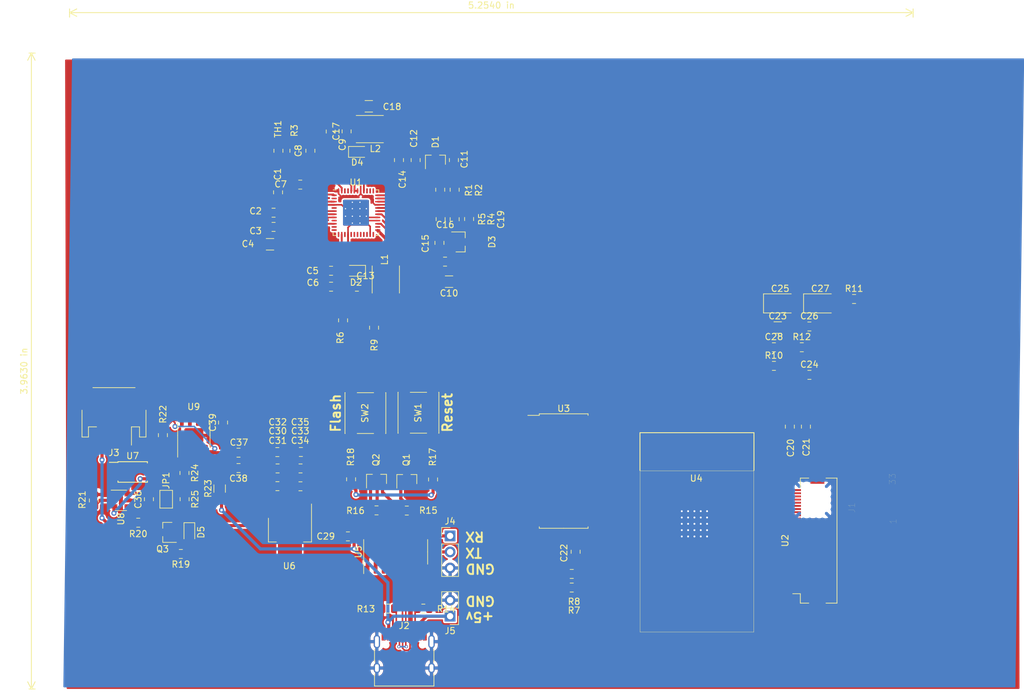
<source format=kicad_pcb>
(kicad_pcb (version 20171130) (host pcbnew 5.1.5-52549c5~86~ubuntu18.04.1)
  (layers (0 F.Cu signal) (31 B.Cu signal) (34 B.Paste user) (35 F.Paste user) (36 B.SilkS user) (37 F.SilkS user) (38 B.Mask user) (39 F.Mask user) (44 Edge.Cuts user))
  (net 0 "")
  (net 1 "Net-(U1-Pad39)")
  (net 2 "Net-(U1-Pad38)")
  (net 3 "Net-(U1-Pad26)")
  (net 4 "Net-(U1-Pad21)")
  (net 5 "Net-(U1-Pad20)")
  (net 6 "Net-(U1-Pad19)")
  (net 7 "Net-(U1-Pad15)")
  (net 8 "Net-(U1-Pad13)")
  (net 9 "Net-(U1-Pad11)")
  (net 10 "Net-(U1-Pad9)")
  (net 11 /VN)
  (net 12 GND)
  (net 13 /VNEG)
  (net 14 /INT_LDO)
  (net 15 /VCOM)
  (net 16 "Net-(C7-Pad2)")
  (net 17 /VPOS)
  (net 18 /VB)
  (net 19 /VDDH)
  (net 20 /VDDH_DRV)
  (net 21 "Net-(C12-Pad1)")
  (net 22 /VDDH_D)
  (net 23 /VEE_D)
  (net 24 "Net-(C16-Pad2)")
  (net 25 /VEE_DRV)
  (net 26 /VEE)
  (net 27 /VN_SW)
  (net 28 /VB_SW)
  (net 29 /VDDH_FB)
  (net 30 /TS)
  (net 31 /VEE_FB)
  (net 32 /3V3-EINK)
  (net 33 +3V3)
  (net 34 /PWR_GOOD)
  (net 35 /PWRUP)
  (net 36 /VCOM_CTRL)
  (net 37 /WAKEUP)
  (net 38 /INT)
  (net 39 /EPD_CKV)
  (net 40 /EPD_SPV)
  (net 41 /EPD_GMODE)
  (net 42 "Net-(U2-Pad27)")
  (net 43 "Net-(U2-Pad25)")
  (net 44 "Net-(U2-Pad23)")
  (net 45 "Net-(U2-Pad21)")
  (net 46 /EPD_D7)
  (net 47 /EPD_D6)
  (net 48 /EPD_D5)
  (net 49 /EPD_D4)
  (net 50 /EPD_D3)
  (net 51 /EPD_D2)
  (net 52 /EPD_D1)
  (net 53 /EPD_D0)
  (net 54 /EPD_SPH)
  (net 55 /EPD_OE)
  (net 56 /EPD_LE)
  (net 57 "Net-(U2-Pad6)")
  (net 58 "Net-(U2-Pad4)")
  (net 59 "Net-(U2-Pad2)")
  (net 60 "Net-(U3-Pad20)")
  (net 61 "Net-(U3-Pad19)")
  (net 62 "Net-(U3-Pad18)")
  (net 63 "Net-(U3-Pad14)")
  (net 64 "Net-(U3-Pad11)")
  (net 65 "Net-(U3-Pad8)")
  (net 66 "Net-(U3-Pad7)")
  (net 67 "Net-(U3-Pad6)")
  (net 68 "Net-(U3-Pad5)")
  (net 69 "Net-(U3-Pad4)")
  (net 70 "Net-(U3-Pad3)")
  (net 71 "Net-(U3-Pad2)")
  (net 72 "Net-(U3-Pad1)")
  (net 73 /SPI_SDO)
  (net 74 "Net-(U4-Pad4)")
  (net 75 "Net-(U4-Pad5)")
  (net 76 "Net-(U4-Pad6)")
  (net 77 "Net-(U4-Pad7)")
  (net 78 "Net-(U4-Pad13)")
  (net 79 "Net-(U4-Pad14)")
  (net 80 "Net-(U4-Pad15)")
  (net 81 "Net-(U4-Pad16)")
  (net 82 "Net-(U4-Pad17)")
  (net 83 "Net-(U4-Pad18)")
  (net 84 "Net-(U4-Pad19)")
  (net 85 "Net-(U4-Pad20)")
  (net 86 "Net-(U4-Pad21)")
  (net 87 "Net-(U4-Pad22)")
  (net 88 "Net-(U4-Pad23)")
  (net 89 "Net-(U4-Pad27)")
  (net 90 "Net-(U4-Pad28)")
  (net 91 "Net-(U4-Pad32)")
  (net 92 +5V)
  (net 93 EPD_CL)
  (net 94 "Net-(J2-PadB8)")
  (net 95 "Net-(J2-PadA5)")
  (net 96 /USB_DN)
  (net 97 /USB_DP)
  (net 98 "Net-(J2-PadA8)")
  (net 99 "Net-(J2-PadB5)")
  (net 100 RST)
  (net 101 SER_RTS)
  (net 102 "Net-(Q1-Pad1)")
  (net 103 SER_DTR)
  (net 104 "Net-(Q2-Pad1)")
  (net 105 ESP_RXD)
  (net 106 ESP_TXD)
  (net 107 "Net-(U5-Pad15)")
  (net 108 "Net-(U5-Pad12)")
  (net 109 "Net-(U5-Pad11)")
  (net 110 "Net-(U5-Pad10)")
  (net 111 "Net-(U5-Pad9)")
  (net 112 "Net-(U5-Pad8)")
  (net 113 "Net-(U5-Pad7)")
  (net 114 "Net-(U5-Pad4)")
  (net 115 VBAT)
  (net 116 VIN)
  (net 117 "Net-(C36-Pad2)")
  (net 118 /BAT_GND)
  (net 119 "Net-(C37-Pad2)")
  (net 120 BAT_TMP)
  (net 121 "Net-(JP1-Pad1)")
  (net 122 "Net-(R21-Pad2)")
  (net 123 "Net-(R24-Pad1)")
  (net 124 "Net-(U7-Pad8)")
  (net 125 "Net-(U7-Pad5)")
  (net 126 "Net-(U7-Pad4)")
  (net 127 "Net-(U7-Pad1)")
  (net 128 "Net-(U8-Pad4)")
  (net 129 "Net-(U9-Pad7)")
  (net 130 "Net-(U9-Pad6)")
  (net 131 I2C_SCL)
  (net 132 I2C_SDA)
  (net 133 SPI_NCS)
  (net 134 SPI_SDI)
  (net 135 SPI_SCL)
  (module Connector_PinHeader_2.54mm:PinHeader_1x02_P2.54mm_Vertical (layer F.Cu) (at 101.4095 176.1617 180)
    (fp_text reference J5 (at 0 -2.33) (layer F.SilkS))
    (fp_text value Conn_01x02_Male)
    (pad 2 thru_hole oval (at 0 2.54 180) (size 1.7 1.7) (drill 1) (layers *.Cu *.Mask) (net 12 GND))
    (pad 1 thru_hole rect (at 0 0 180) (size 1.7 1.7) (drill 1) (layers *.Cu *.Mask) (net 92 +5V))
  )
  (module Button_Switch_SMD:SW_Push_1P1T_NO_6x6mm_H9.5mm (layer F.Cu) (at 88.0089 144.0052 90)
    (fp_text reference SW2 (at 0 -0.0675 90) (layer F.SilkS))
    (fp_text value SW_Push)
    (pad 2 smd rect (at 3.975 2.25 90) (size 1.55 1.3) (layers F.Cu F.Paste F.Mask) (net 12 GND))
    (pad 1 smd rect (at 3.975 -2.25 90) (size 1.55 1.3) (layers F.Cu F.Paste F.Mask) (net 93 EPD_CL))
    (pad 1 smd rect (at -3.975 -2.25 90) (size 1.55 1.3) (layers F.Cu F.Paste F.Mask) (net 93 EPD_CL))
    (pad 2 smd rect (at -3.975 2.25 90) (size 1.55 1.3) (layers F.Cu F.Paste F.Mask) (net 12 GND))
  )
  (module Button_Switch_SMD:SW_Push_1P1T_NO_6x6mm_H9.5mm (layer F.Cu) (at 96.4021 143.9544 90)
    (fp_text reference SW1 (at 0 -0.0675 90) (layer F.SilkS))
    (fp_text value SW_Push)
    (pad 2 smd rect (at 3.975 2.25 90) (size 1.55 1.3) (layers F.Cu F.Paste F.Mask) (net 12 GND))
    (pad 1 smd rect (at 3.975 -2.25 90) (size 1.55 1.3) (layers F.Cu F.Paste F.Mask) (net 100 RST))
    (pad 1 smd rect (at -3.975 -2.25 90) (size 1.55 1.3) (layers F.Cu F.Paste F.Mask) (net 100 RST))
    (pad 2 smd rect (at -3.975 2.25 90) (size 1.55 1.3) (layers F.Cu F.Paste F.Mask) (net 12 GND))
  )
  (module Connector_PinHeader_2.54mm:PinHeader_1x03_P2.54mm_Vertical (layer F.Cu) (at 101.4095 163.4528)
    (fp_text reference J4 (at 0 -2.33) (layer F.SilkS))
    (fp_text value Conn_01x03_Male)
    (pad 3 thru_hole oval (at 0 5.08) (size 1.7 1.7) (drill 1) (layers *.Cu *.Mask) (net 12 GND))
    (pad 2 thru_hole oval (at 0 2.54) (size 1.7 1.7) (drill 1) (layers *.Cu *.Mask) (net 106 ESP_TXD))
    (pad 1 thru_hole rect (at 0 0) (size 1.7 1.7) (drill 1) (layers *.Cu *.Mask) (net 105 ESP_RXD))
  )
  (module Resistor_SMD:R_0805_2012Metric (layer F.Cu) (at 94.5589 159.4358 180)
    (fp_text reference R15 (at -3.4089 0.0127) (layer F.SilkS))
    (fp_text value 10K)
    (pad 2 smd roundrect (at 0.9375 0 180) (size 0.975 1.4) (layers F.Cu F.Paste F.Mask) (net 103 SER_DTR))
    (pad 1 smd roundrect (at -0.9375 0 180) (size 0.975 1.4) (layers F.Cu F.Paste F.Mask) (net 102 "Net-(Q1-Pad1)"))
  )
  (module Resistor_SMD:R_0805_2012Metric (layer F.Cu) (at 97.1721 174.9679 180)
    (fp_text reference R14 (at -3.6024 -0.0675) (layer F.SilkS))
    (fp_text value 5.1K)
    (pad 2 smd roundrect (at 0.9375 0 180) (size 0.975 1.4) (layers F.Cu F.Paste F.Mask) (net 99 "Net-(J2-PadB5)"))
    (pad 1 smd roundrect (at -0.9375 0 180) (size 0.975 1.4) (layers F.Cu F.Paste F.Mask) (net 12 GND))
  )
  (module Package_SO:SOIC-8-1EP_3.9x4.9mm_P1.27mm_EP2.29x3mm (layer F.Cu) (at 60.8711 147.5359 90)
    (fp_text reference U9 (at 4.5339 -0.0254 180) (layer F.SilkS))
    (fp_text value TP4056)
    (pad 8 smd roundrect (at 2.475 -1.905 90) (size 1.95 0.6) (layers F.Cu F.Paste F.Mask) (net 119 "Net-(C37-Pad2)"))
    (pad 7 smd roundrect (at 2.475 -0.635 90) (size 1.95 0.6) (layers F.Cu F.Paste F.Mask) (net 129 "Net-(U9-Pad7)"))
    (pad 6 smd roundrect (at 2.475 0.635 90) (size 1.95 0.6) (layers F.Cu F.Paste F.Mask) (net 130 "Net-(U9-Pad6)"))
    (pad 5 smd roundrect (at 2.475 1.905 90) (size 1.95 0.6) (layers F.Cu F.Paste F.Mask) (net 115 VBAT))
    (pad 4 smd roundrect (at -2.475 1.905 90) (size 1.95 0.6) (layers F.Cu F.Paste F.Mask) (net 119 "Net-(C37-Pad2)"))
    (pad 3 smd roundrect (at -2.475 0.635 90) (size 1.95 0.6) (layers F.Cu F.Paste F.Mask) (net 12 GND))
    (pad 2 smd roundrect (at -2.475 -0.635 90) (size 1.95 0.6) (layers F.Cu F.Paste F.Mask) (net 123 "Net-(R24-Pad1)"))
    (pad 1 smd roundrect (at -2.475 -1.905 90) (size 1.95 0.6) (layers F.Cu F.Paste F.Mask) (net 120 BAT_TMP))
    (pad 9 smd roundrect (at 0 0 90) (size 2.29 3) (layers F.Cu F.Mask) (roundrect_rratio 0.10917) (net 12 GND))
  )
  (module Package_TO_SOT_SMD:SOT-23-6 (layer F.Cu) (at 49.3317 157.8204)
    (fp_text reference U8 (at 0.0078 2.9489 90) (layer F.SilkS))
    (fp_text value DW-01)
    (pad 5 smd rect (at 1.1 0) (size 1.06 0.65) (layers F.Cu F.Paste F.Mask) (net 117 "Net-(C36-Pad2)"))
    (pad 6 smd rect (at 1.1 -0.95) (size 1.06 0.65) (layers F.Cu F.Paste F.Mask) (net 118 /BAT_GND))
    (pad 4 smd rect (at 1.1 0.95) (size 1.06 0.65) (layers F.Cu F.Paste F.Mask) (net 128 "Net-(U8-Pad4)"))
    (pad 3 smd rect (at -1.1 0.95) (size 1.06 0.65) (layers F.Cu F.Paste F.Mask) (net 125 "Net-(U7-Pad5)"))
    (pad 2 smd rect (at -1.1 0) (size 1.06 0.65) (layers F.Cu F.Paste F.Mask) (net 122 "Net-(R21-Pad2)"))
    (pad 1 smd rect (at -1.1 -0.95) (size 1.06 0.65) (layers F.Cu F.Paste F.Mask) (net 126 "Net-(U7-Pad4)"))
  )
  (module Package_SO:TSSOP-8_4.4x3mm_P0.65mm (layer F.Cu) (at 51.1901 153.3323)
    (fp_text reference U7 (at 0 -2.55) (layer F.SilkS))
    (fp_text value FS8205)
    (pad 8 smd rect (at 2.95 -0.975) (size 1.45 0.45) (layers F.Cu F.Paste F.Mask) (net 124 "Net-(U7-Pad8)"))
    (pad 7 smd rect (at 2.95 -0.325) (size 1.45 0.45) (layers F.Cu F.Paste F.Mask) (net 12 GND))
    (pad 6 smd rect (at 2.95 0.325) (size 1.45 0.45) (layers F.Cu F.Paste F.Mask) (net 12 GND))
    (pad 5 smd rect (at 2.95 0.975) (size 1.45 0.45) (layers F.Cu F.Paste F.Mask) (net 125 "Net-(U7-Pad5)"))
    (pad 4 smd rect (at -2.95 0.975) (size 1.45 0.45) (layers F.Cu F.Paste F.Mask) (net 126 "Net-(U7-Pad4)"))
    (pad 3 smd rect (at -2.95 0.325) (size 1.45 0.45) (layers F.Cu F.Paste F.Mask) (net 118 /BAT_GND))
    (pad 2 smd rect (at -2.95 -0.325) (size 1.45 0.45) (layers F.Cu F.Paste F.Mask) (net 118 /BAT_GND))
    (pad 1 smd rect (at -2.95 -0.975) (size 1.45 0.45) (layers F.Cu F.Paste F.Mask) (net 127 "Net-(U7-Pad1)"))
  )
  (module Resistor_SMD:R_0805_2012Metric (layer F.Cu) (at 59.4106 157.6428 270)
    (fp_text reference R25 (at 0 -1.65 90) (layer F.SilkS))
    (fp_text value 1.2K)
    (pad 2 smd roundrect (at 0.9375 0 270) (size 0.975 1.4) (layers F.Cu F.Paste F.Mask) (net 12 GND))
    (pad 1 smd roundrect (at -0.9375 0 270) (size 0.975 1.4) (layers F.Cu F.Paste F.Mask) (net 121 "Net-(JP1-Pad1)"))
  )
  (module Resistor_SMD:R_0805_2012Metric (layer F.Cu) (at 59.3852 153.4899 270)
    (fp_text reference R24 (at 0 -1.65 90) (layer F.SilkS))
    (fp_text value 1.2K)
    (pad 2 smd roundrect (at 0.9375 0 270) (size 0.975 1.4) (layers F.Cu F.Paste F.Mask) (net 121 "Net-(JP1-Pad1)"))
    (pad 1 smd roundrect (at -0.9375 0 270) (size 0.975 1.4) (layers F.Cu F.Paste F.Mask) (net 123 "Net-(R24-Pad1)"))
  )
  (module Resistor_SMD:R_1206_3216Metric (layer F.Cu) (at 64.9478 155.959 90)
    (fp_text reference R23 (at 0 -1.82 90) (layer F.SilkS))
    (fp_text value "0R27 1/4W")
    (pad 2 smd roundrect (at 1.4 0 90) (size 1.25 1.75) (layers F.Cu F.Paste F.Mask) (roundrect_rratio 0.2) (net 119 "Net-(C37-Pad2)"))
    (pad 1 smd roundrect (at -1.4 0 90) (size 1.25 1.75) (layers F.Cu F.Paste F.Mask) (roundrect_rratio 0.2) (net 92 +5V))
  )
  (module Resistor_SMD:R_0805_2012Metric (layer F.Cu) (at 55.9689 147.5001 90)
    (fp_text reference R22 (at 3.3043 0.0254 90) (layer F.SilkS))
    (fp_text value 10K)
    (pad 2 smd roundrect (at 0.9375 0 90) (size 0.975 1.4) (layers F.Cu F.Paste F.Mask) (net 119 "Net-(C37-Pad2)"))
    (pad 1 smd roundrect (at -0.9375 0 90) (size 0.975 1.4) (layers F.Cu F.Paste F.Mask) (net 120 BAT_TMP))
  )
  (module Resistor_SMD:R_0805_2012Metric (layer F.Cu) (at 45.0469 157.8379 270)
    (fp_text reference R21 (at -0.1166 1.8288 90) (layer F.SilkS))
    (fp_text value 2K)
    (pad 2 smd roundrect (at 0.9375 0 270) (size 0.975 1.4) (layers F.Cu F.Paste F.Mask) (net 122 "Net-(R21-Pad2)"))
    (pad 1 smd roundrect (at -0.9375 0 270) (size 0.975 1.4) (layers F.Cu F.Paste F.Mask) (net 12 GND))
  )
  (module Resistor_SMD:R_0805_2012Metric (layer F.Cu) (at 52.07 161.3662)
    (fp_text reference R20 (at 0 1.7653) (layer F.SilkS))
    (fp_text value 470)
    (pad 2 smd roundrect (at 0.9375 0) (size 0.975 1.4) (layers F.Cu F.Paste F.Mask) (net 117 "Net-(C36-Pad2)"))
    (pad 1 smd roundrect (at -0.9375 0) (size 0.975 1.4) (layers F.Cu F.Paste F.Mask) (net 115 VBAT))
  )
  (module Jumper:SolderJumper-2_P1.3mm_Open_Pad1.0x1.5mm (layer F.Cu) (at 56.4896 157.6428 270)
    (fp_text reference JP1 (at -2.9568 0.0127 90) (layer F.SilkS))
    (fp_text value SolderJumper_2_Open)
    (pad 1 smd rect (at -0.65 0 270) (size 1 1.5) (layers F.Cu F.Mask) (net 121 "Net-(JP1-Pad1)"))
    (pad 2 smd rect (at 0.65 0 270) (size 1 1.5) (layers F.Cu F.Mask) (net 12 GND))
  )
  (module Connector_JST:JST_PH_S3B-PH-SM4-TB_1x03-1MP_P2.00mm_Horizontal (layer F.Cu) (at 48.2346 144.4827 180)
    (fp_text reference J3 (at 0 -5.8) (layer F.SilkS))
    (fp_text value Conn_01x03_Male)
    (pad MP smd roundrect (at 4.35 2.9 180) (size 1.5 3.4) (layers F.Cu F.Paste F.Mask) (roundrect_rratio 0.166667))
    (pad MP smd roundrect (at -4.35 2.9 180) (size 1.5 3.4) (layers F.Cu F.Paste F.Mask) (roundrect_rratio 0.166667))
    (pad 3 smd roundrect (at 2 -2.85 180) (size 1 3.5) (layers F.Cu F.Paste F.Mask) (net 115 VBAT))
    (pad 2 smd roundrect (at 0 -2.85 180) (size 1 3.5) (layers F.Cu F.Paste F.Mask) (net 118 /BAT_GND))
    (pad 1 smd roundrect (at -2 -2.85 180) (size 1 3.5) (layers F.Cu F.Paste F.Mask) (net 120 BAT_TMP))
  )
  (module Capacitor_SMD:C_0805_2012Metric (layer F.Cu) (at 65.4939 145.5016 90)
    (fp_text reference C39 (at 0 -1.65 90) (layer F.SilkS))
    (fp_text value 4u7)
    (pad 2 smd roundrect (at 0.9375 0 90) (size 0.975 1.4) (layers F.Cu F.Paste F.Mask) (net 115 VBAT))
    (pad 1 smd roundrect (at -0.9375 0 90) (size 0.975 1.4) (layers F.Cu F.Paste F.Mask) (net 12 GND))
  )
  (module Capacitor_SMD:C_0805_2012Metric (layer F.Cu) (at 67.9346 152.7048 180)
    (fp_text reference C38 (at 0 -1.65) (layer F.SilkS))
    (fp_text value 4u7)
    (pad 2 smd roundrect (at 0.9375 0 180) (size 0.975 1.4) (layers F.Cu F.Paste F.Mask) (net 119 "Net-(C37-Pad2)"))
    (pad 1 smd roundrect (at -0.9375 0 180) (size 0.975 1.4) (layers F.Cu F.Paste F.Mask) (net 12 GND))
  )
  (module Capacitor_SMD:C_0805_2012Metric (layer F.Cu) (at 67.9346 150.2791 180)
    (fp_text reference C37 (at -0.0739 1.6256) (layer F.SilkS))
    (fp_text value 100nF)
    (pad 2 smd roundrect (at 0.9375 0 180) (size 0.975 1.4) (layers F.Cu F.Paste F.Mask) (net 119 "Net-(C37-Pad2)"))
    (pad 1 smd roundrect (at -0.9375 0 180) (size 0.975 1.4) (layers F.Cu F.Paste F.Mask) (net 12 GND))
  )
  (module Capacitor_SMD:C_0805_2012Metric (layer F.Cu) (at 53.7591 157.6428 270)
    (fp_text reference C36 (at 0.0531 1.7018 90) (layer F.SilkS))
    (fp_text value 100nF)
    (pad 2 smd roundrect (at 0.9375 0 270) (size 0.975 1.4) (layers F.Cu F.Paste F.Mask) (net 117 "Net-(C36-Pad2)"))
    (pad 1 smd roundrect (at -0.9375 0 270) (size 0.975 1.4) (layers F.Cu F.Paste F.Mask) (net 118 /BAT_GND))
  )
  (module Package_TO_SOT_SMD:SOT-223-3_TabPin2 (layer F.Cu) (at 76.0723 162.4987 270)
    (fp_text reference U6 (at 5.7128 0.1009) (layer F.SilkS))
    (fp_text value AP2114H-3.3TRG1)
    (pad 1 smd rect (at -3.15 -2.3 270) (size 2 1.5) (layers F.Cu F.Paste F.Mask) (net 12 GND))
    (pad 3 smd rect (at -3.15 2.3 270) (size 2 1.5) (layers F.Cu F.Paste F.Mask) (net 116 VIN))
    (pad 2 smd rect (at -3.15 0 270) (size 2 1.5) (layers F.Cu F.Paste F.Mask) (net 33 +3V3))
    (pad 2 smd rect (at 3.15 0 270) (size 2 3.8) (layers F.Cu F.Paste F.Mask) (net 33 +3V3))
  )
  (module Capacitor_SMD:C_0805_2012Metric (layer F.Cu) (at 77.8025 150.1648 180)
    (fp_text reference C35 (at 0.1166 4.7371) (layer F.SilkS))
    (fp_text value 4u7)
    (pad 2 smd roundrect (at 0.9375 0 180) (size 0.975 1.4) (layers F.Cu F.Paste F.Mask) (net 33 +3V3))
    (pad 1 smd roundrect (at -0.9375 0 180) (size 0.975 1.4) (layers F.Cu F.Paste F.Mask) (net 12 GND))
  )
  (module Capacitor_SMD:C_0805_2012Metric (layer F.Cu) (at 77.7344 155.6004 180)
    (fp_text reference C34 (at 0.0485 7.239) (layer F.SilkS))
    (fp_text value 100nF)
    (pad 2 smd roundrect (at 0.9375 0 180) (size 0.975 1.4) (layers F.Cu F.Paste F.Mask) (net 33 +3V3))
    (pad 1 smd roundrect (at -0.9375 0 180) (size 0.975 1.4) (layers F.Cu F.Paste F.Mask) (net 12 GND))
  )
  (module Capacitor_SMD:C_0805_2012Metric (layer F.Cu) (at 77.7471 152.7683 180)
    (fp_text reference C33 (at 0.0485 5.9182) (layer F.SilkS))
    (fp_text value 4u7)
    (pad 2 smd roundrect (at 0.9375 0 180) (size 0.975 1.4) (layers F.Cu F.Paste F.Mask) (net 33 +3V3))
    (pad 1 smd roundrect (at -0.9375 0 180) (size 0.975 1.4) (layers F.Cu F.Paste F.Mask) (net 12 GND))
  )
  (module Capacitor_SMD:C_0805_2012Metric (layer F.Cu) (at 74.0768 150.1775 180)
    (fp_text reference C32 (at -0.0658 4.7498) (layer F.SilkS))
    (fp_text value 4u7)
    (pad 2 smd roundrect (at 0.9375 0 180) (size 0.975 1.4) (layers F.Cu F.Paste F.Mask) (net 116 VIN))
    (pad 1 smd roundrect (at -0.9375 0 180) (size 0.975 1.4) (layers F.Cu F.Paste F.Mask) (net 12 GND))
  )
  (module Capacitor_SMD:C_0805_2012Metric (layer F.Cu) (at 74.0895 155.575 180)
    (fp_text reference C31 (at -0.0531 7.2136) (layer F.SilkS))
    (fp_text value 100nF)
    (pad 2 smd roundrect (at 0.9375 0 180) (size 0.975 1.4) (layers F.Cu F.Paste F.Mask) (net 116 VIN))
    (pad 1 smd roundrect (at -0.9375 0 180) (size 0.975 1.4) (layers F.Cu F.Paste F.Mask) (net 12 GND))
  )
  (module Capacitor_SMD:C_0805_2012Metric (layer F.Cu) (at 74.1149 152.7683 180)
    (fp_text reference C30 (at -0.0277 5.9182) (layer F.SilkS))
    (fp_text value 4u7)
    (pad 2 smd roundrect (at 0.9375 0 180) (size 0.975 1.4) (layers F.Cu F.Paste F.Mask) (net 116 VIN))
    (pad 1 smd roundrect (at -0.9375 0 180) (size 0.975 1.4) (layers F.Cu F.Paste F.Mask) (net 12 GND))
  )
  (module Resistor_SMD:R_0805_2012Metric (layer F.Cu) (at 58.8114 166.3065 180)
    (fp_text reference R19 (at 0 -1.65) (layer F.SilkS))
    (fp_text value 10K)
    (pad 2 smd roundrect (at 0.9375 0 180) (size 0.975 1.4) (layers F.Cu F.Paste F.Mask) (net 92 +5V))
    (pad 1 smd roundrect (at -0.9375 0 180) (size 0.975 1.4) (layers F.Cu F.Paste F.Mask) (net 12 GND))
  )
  (module Package_TO_SOT_SMD:SOT-23 (layer F.Cu) (at 56.7088 162.8927 180)
    (fp_text reference Q3 (at 0.7907 -2.6391) (layer F.SilkS))
    (fp_text value Q_PMOS_GSD)
    (pad 3 smd rect (at 1 0 180) (size 0.9 0.8) (layers F.Cu F.Paste F.Mask) (net 115 VBAT))
    (pad 2 smd rect (at -1 0.95 180) (size 0.9 0.8) (layers F.Cu F.Paste F.Mask) (net 116 VIN))
    (pad 1 smd rect (at -1 -0.95 180) (size 0.9 0.8) (layers F.Cu F.Paste F.Mask) (net 92 +5V))
  )
  (module Diode_SMD:D_SOD-323 (layer F.Cu) (at 60.1599 162.8689 270)
    (fp_text reference D5 (at 0 -1.85 90) (layer F.SilkS))
    (fp_text value BAT20JFILM)
    (pad 2 smd rect (at 1.05 0 270) (size 0.6 0.45) (layers F.Cu F.Paste F.Mask) (net 92 +5V))
    (pad 1 smd rect (at -1.05 0 270) (size 0.6 0.45) (layers F.Cu F.Paste F.Mask) (net 116 VIN))
  )
  (module Package_SO:SOIC-16_3.9x9.9mm_P1.27mm (layer F.Cu) (at 92.7989 165.9778 90)
    (fp_text reference U5 (at 0 -5.9 90) (layer F.SilkS))
    (fp_text value CH340C)
    (pad 16 smd roundrect (at 2.475 -4.445 90) (size 1.95 0.6) (layers F.Cu F.Paste F.Mask) (net 92 +5V))
    (pad 15 smd roundrect (at 2.475 -3.175 90) (size 1.95 0.6) (layers F.Cu F.Paste F.Mask) (net 107 "Net-(U5-Pad15)"))
    (pad 14 smd roundrect (at 2.475 -1.905 90) (size 1.95 0.6) (layers F.Cu F.Paste F.Mask) (net 101 SER_RTS))
    (pad 13 smd roundrect (at 2.475 -0.635 90) (size 1.95 0.6) (layers F.Cu F.Paste F.Mask) (net 103 SER_DTR))
    (pad 12 smd roundrect (at 2.475 0.635 90) (size 1.95 0.6) (layers F.Cu F.Paste F.Mask) (net 108 "Net-(U5-Pad12)"))
    (pad 11 smd roundrect (at 2.475 1.905 90) (size 1.95 0.6) (layers F.Cu F.Paste F.Mask) (net 109 "Net-(U5-Pad11)"))
    (pad 10 smd roundrect (at 2.475 3.175 90) (size 1.95 0.6) (layers F.Cu F.Paste F.Mask) (net 110 "Net-(U5-Pad10)"))
    (pad 9 smd roundrect (at 2.475 4.445 90) (size 1.95 0.6) (layers F.Cu F.Paste F.Mask) (net 111 "Net-(U5-Pad9)"))
    (pad 8 smd roundrect (at -2.475 4.445 90) (size 1.95 0.6) (layers F.Cu F.Paste F.Mask) (net 112 "Net-(U5-Pad8)"))
    (pad 7 smd roundrect (at -2.475 3.175 90) (size 1.95 0.6) (layers F.Cu F.Paste F.Mask) (net 113 "Net-(U5-Pad7)"))
    (pad 6 smd roundrect (at -2.475 1.905 90) (size 1.95 0.6) (layers F.Cu F.Paste F.Mask) (net 96 /USB_DN))
    (pad 5 smd roundrect (at -2.475 0.635 90) (size 1.95 0.6) (layers F.Cu F.Paste F.Mask) (net 97 /USB_DP))
    (pad 4 smd roundrect (at -2.475 -0.635 90) (size 1.95 0.6) (layers F.Cu F.Paste F.Mask) (net 114 "Net-(U5-Pad4)"))
    (pad 3 smd roundrect (at -2.475 -1.905 90) (size 1.95 0.6) (layers F.Cu F.Paste F.Mask) (net 106 ESP_TXD))
    (pad 2 smd roundrect (at -2.475 -3.175 90) (size 1.95 0.6) (layers F.Cu F.Paste F.Mask) (net 105 ESP_RXD))
    (pad 1 smd roundrect (at -2.475 -4.445 90) (size 1.95 0.6) (layers F.Cu F.Paste F.Mask) (net 12 GND))
  )
  (module Resistor_SMD:R_0805_2012Metric (layer F.Cu) (at 85.7504 154.4868 270)
    (fp_text reference R18 (at -3.5219 0.0675 90) (layer F.SilkS))
    (fp_text value 10K)
    (pad 2 smd roundrect (at 0.9375 0 270) (size 0.975 1.4) (layers F.Cu F.Paste F.Mask) (net 33 +3V3))
    (pad 1 smd roundrect (at -0.9375 0 270) (size 0.975 1.4) (layers F.Cu F.Paste F.Mask) (net 93 EPD_CL))
  )
  (module Resistor_SMD:R_0805_2012Metric (layer F.Cu) (at 98.7171 154.5122 270)
    (fp_text reference R17 (at -3.5473 0.0675 90) (layer F.SilkS))
    (fp_text value 10K)
    (pad 2 smd roundrect (at 0.9375 0 270) (size 0.975 1.4) (layers F.Cu F.Paste F.Mask) (net 33 +3V3))
    (pad 1 smd roundrect (at -0.9375 0 270) (size 0.975 1.4) (layers F.Cu F.Paste F.Mask) (net 100 RST))
  )
  (module Resistor_SMD:R_0805_2012Metric (layer F.Cu) (at 89.7689 159.4104)
    (fp_text reference R16 (at -3.3327 0.0508) (layer F.SilkS))
    (fp_text value 10K)
    (pad 2 smd roundrect (at 0.9375 0) (size 0.975 1.4) (layers F.Cu F.Paste F.Mask) (net 101 SER_RTS))
    (pad 1 smd roundrect (at -0.9375 0) (size 0.975 1.4) (layers F.Cu F.Paste F.Mask) (net 104 "Net-(Q2-Pad1)"))
  )
  (module Resistor_SMD:R_0805_2012Metric (layer F.Cu) (at 91.6221 174.9679)
    (fp_text reference R13 (at -3.5349 0.0508) (layer F.SilkS))
    (fp_text value 5.1K)
    (pad 2 smd roundrect (at 0.9375 0) (size 0.975 1.4) (layers F.Cu F.Paste F.Mask) (net 95 "Net-(J2-PadA5)"))
    (pad 1 smd roundrect (at -0.9375 0) (size 0.975 1.4) (layers F.Cu F.Paste F.Mask) (net 12 GND))
  )
  (module Package_TO_SOT_SMD:SOT-23 (layer F.Cu) (at 89.7689 154.4668 90)
    (fp_text reference Q2 (at 3.049519 -0.0675 90) (layer F.SilkS))
    (fp_text value Q_NMOS_GSD)
    (pad 3 smd rect (at 1 0 90) (size 0.9 0.8) (layers F.Cu F.Paste F.Mask) (net 93 EPD_CL))
    (pad 2 smd rect (at -1 0.95 90) (size 0.9 0.8) (layers F.Cu F.Paste F.Mask) (net 103 SER_DTR))
    (pad 1 smd rect (at -1 -0.95 90) (size 0.9 0.8) (layers F.Cu F.Paste F.Mask) (net 104 "Net-(Q2-Pad1)"))
  )
  (module Package_TO_SOT_SMD:SOT-23 (layer F.Cu) (at 94.5589 154.4922 90)
    (fp_text reference Q1 (at 3.074919 -0.0675 90) (layer F.SilkS))
    (fp_text value Q_NMOS_GSD)
    (pad 3 smd rect (at 1 0 90) (size 0.9 0.8) (layers F.Cu F.Paste F.Mask) (net 100 RST))
    (pad 2 smd rect (at -1 0.95 90) (size 0.9 0.8) (layers F.Cu F.Paste F.Mask) (net 101 SER_RTS))
    (pad 1 smd rect (at -1 -0.95 90) (size 0.9 0.8) (layers F.Cu F.Paste F.Mask) (net 102 "Net-(Q1-Pad1)"))
  )
  (module Connector_USB:USB_C_Receptacle_HRO_TYPE-C-31-M-12 (layer F.Cu) (at 94.1471 183.3176)
    (fp_text reference J2 (at 0 -5.645) (layer F.SilkS))
    (fp_text value USB_C_Receptacle_USB2.0)
    (pad B1 smd rect (at 3.25 -4.045) (size 0.6 1.45) (layers F.Cu F.Paste F.Mask) (net 12 GND))
    (pad A9 smd rect (at 2.45 -4.045) (size 0.6 1.45) (layers F.Cu F.Paste F.Mask) (net 92 +5V))
    (pad B9 smd rect (at -2.45 -4.045) (size 0.6 1.45) (layers F.Cu F.Paste F.Mask) (net 92 +5V))
    (pad B12 smd rect (at -3.25 -4.045) (size 0.6 1.45) (layers F.Cu F.Paste F.Mask) (net 12 GND))
    (pad A1 smd rect (at -3.25 -4.045) (size 0.6 1.45) (layers F.Cu F.Paste F.Mask) (net 12 GND))
    (pad A4 smd rect (at -2.45 -4.045) (size 0.6 1.45) (layers F.Cu F.Paste F.Mask) (net 92 +5V))
    (pad B4 smd rect (at 2.45 -4.045) (size 0.6 1.45) (layers F.Cu F.Paste F.Mask) (net 92 +5V))
    (pad A12 smd rect (at 3.25 -4.045) (size 0.6 1.45) (layers F.Cu F.Paste F.Mask) (net 12 GND))
    (pad B8 smd rect (at -1.75 -4.045) (size 0.3 1.45) (layers F.Cu F.Paste F.Mask) (net 94 "Net-(J2-PadB8)"))
    (pad A5 smd rect (at -1.25 -4.045) (size 0.3 1.45) (layers F.Cu F.Paste F.Mask) (net 95 "Net-(J2-PadA5)"))
    (pad B7 smd rect (at -0.75 -4.045) (size 0.3 1.45) (layers F.Cu F.Paste F.Mask) (net 96 /USB_DN))
    (pad A7 smd rect (at 0.25 -4.045) (size 0.3 1.45) (layers F.Cu F.Paste F.Mask) (net 96 /USB_DN))
    (pad B6 smd rect (at 0.75 -4.045) (size 0.3 1.45) (layers F.Cu F.Paste F.Mask) (net 97 /USB_DP))
    (pad A8 smd rect (at 1.25 -4.045) (size 0.3 1.45) (layers F.Cu F.Paste F.Mask) (net 98 "Net-(J2-PadA8)"))
    (pad B5 smd rect (at 1.75 -4.045) (size 0.3 1.45) (layers F.Cu F.Paste F.Mask) (net 99 "Net-(J2-PadB5)"))
    (pad A6 smd rect (at -0.25 -4.045) (size 0.3 1.45) (layers F.Cu F.Paste F.Mask) (net 97 /USB_DP))
    (pad S1 thru_hole oval (at 4.32 -3.13) (size 1 2.1) (drill oval 0.6 1.7) (layers *.Cu *.Mask) (net 12 GND))
    (pad S1 thru_hole oval (at -4.32 -3.13) (size 1 2.1) (drill oval 0.6 1.7) (layers *.Cu *.Mask) (net 12 GND))
    (pad "" np_thru_hole circle (at -2.89 -2.6) (size 0.65 0.65) (drill 0.65) (layers *.Cu *.Mask))
    (pad S1 thru_hole oval (at -4.32 1.05) (size 1 1.6) (drill oval 0.6 1.2) (layers *.Cu *.Mask) (net 12 GND))
    (pad "" np_thru_hole circle (at 2.89 -2.6) (size 0.65 0.65) (drill 0.65) (layers *.Cu *.Mask))
    (pad S1 thru_hole oval (at 4.32 1.05) (size 1 1.6) (drill oval 0.6 1.2) (layers *.Cu *.Mask) (net 12 GND))
  )
  (module Capacitor_SMD:C_0805_2012Metric (layer F.Cu) (at 85.2424 163.5252)
    (fp_text reference C29 (at -3.5052 0) (layer F.SilkS))
    (fp_text value 100nF)
    (pad 2 smd roundrect (at 0.9375 0) (size 0.975 1.4) (layers F.Cu F.Paste F.Mask) (net 92 +5V))
    (pad 1 smd roundrect (at -0.9375 0) (size 0.975 1.4) (layers F.Cu F.Paste F.Mask) (net 12 GND))
  )
  (module TP56186:QFN-48-1EP_7x7mm_P0.5mm_EP5.3x5.3mm_ThermalVias (layer F.Cu) (at 86.5124 112.2807)
    (fp_text reference U1 (at 0 -4.8) (layer F.SilkS))
    (fp_text value TPS65186)
    (pad 49 smd roundrect (at 0 0) (size 4.1 4.1) (layers F.Cu F.Mask) (roundrect_rratio 0.047) (net 11 /VN))
    (pad 49 thru_hole circle (at -0.565 -1.651) (size 0.5 0.5) (drill 0.2) (layers *.Cu) (net 11 /VN))
    (pad 49 thru_hole circle (at 0.635 -1.651) (size 0.5 0.5) (drill 0.2) (layers *.Cu) (net 11 /VN))
    (pad 49 thru_hole circle (at -1.651 -0.635) (size 0.5 0.5) (drill 0.2) (layers *.Cu) (net 11 /VN))
    (pad 49 thru_hole circle (at -0.565 -0.635) (size 0.5 0.5) (drill 0.2) (layers *.Cu) (net 11 /VN))
    (pad 49 thru_hole circle (at 0.635 -0.635) (size 0.5 0.5) (drill 0.2) (layers *.Cu) (net 11 /VN))
    (pad 49 thru_hole circle (at 1.651 -0.635) (size 0.5 0.5) (drill 0.2) (layers *.Cu) (net 11 /VN))
    (pad 49 thru_hole circle (at -1.651 0.565) (size 0.5 0.5) (drill 0.2) (layers *.Cu) (net 11 /VN))
    (pad 49 thru_hole circle (at -0.565 0.565) (size 0.5 0.5) (drill 0.2) (layers *.Cu) (net 11 /VN))
    (pad 49 thru_hole circle (at 0.635 0.565) (size 0.5 0.5) (drill 0.2) (layers *.Cu) (net 11 /VN))
    (pad 49 thru_hole circle (at 1.651 0.565) (size 0.5 0.5) (drill 0.2) (layers *.Cu) (net 11 /VN))
    (pad 49 thru_hole circle (at -0.565 1.651) (size 0.5 0.5) (drill 0.2) (layers *.Cu) (net 11 /VN))
    (pad 49 thru_hole circle (at 0.635 1.651) (size 0.5 0.5) (drill 0.2) (layers *.Cu) (net 11 /VN))
    (pad 49 smd roundrect (at 0 0) (size 4.1 4.1) (layers B.Cu) (roundrect_rratio 0.047) (net 11 /VN))
    (pad 1 smd roundrect (at -3.45 -2.75) (size 0.8 0.25) (layers F.Cu F.Paste F.Mask) (net 16 "Net-(C7-Pad2)"))
    (pad 2 smd roundrect (at -3.45 -2.25) (size 0.8 0.25) (layers F.Cu F.Paste F.Mask) (net 38 /INT))
    (pad 3 smd roundrect (at -3.45 -1.75) (size 0.8 0.25) (layers F.Cu F.Paste F.Mask) (net 13 /VNEG))
    (pad 4 smd roundrect (at -3.45 -1.25) (size 0.8 0.25) (layers F.Cu F.Paste F.Mask) (net 11 /VN))
    (pad 5 smd roundrect (at -3.45 -0.75) (size 0.8 0.25) (layers F.Cu F.Paste F.Mask) (net 37 /WAKEUP))
    (pad 6 smd roundrect (at -3.45 -0.25) (size 0.8 0.25) (layers F.Cu F.Paste F.Mask) (net 12 GND))
    (pad 7 smd roundrect (at -3.45 0.25) (size 0.8 0.25) (layers F.Cu F.Paste F.Mask) (net 14 /INT_LDO))
    (pad 8 smd roundrect (at -3.45 0.75) (size 0.8 0.25) (layers F.Cu F.Paste F.Mask) (net 12 GND))
    (pad 9 smd roundrect (at -3.45 1.25) (size 0.8 0.25) (layers F.Cu F.Paste F.Mask) (net 10 "Net-(U1-Pad9)"))
    (pad 10 smd roundrect (at -3.45 1.75) (size 0.8 0.25) (layers F.Cu F.Paste F.Mask) (net 116 VIN))
    (pad 11 smd roundrect (at -3.45 2.25) (size 0.8 0.25) (layers F.Cu F.Paste F.Mask) (net 9 "Net-(U1-Pad11)"))
    (pad 12 smd roundrect (at -3.45 2.75) (size 0.8 0.25) (layers F.Cu F.Paste F.Mask) (net 36 /VCOM_CTRL))
    (pad 13 smd roundrect (at -2.75 3.45) (size 0.25 0.8) (layers F.Cu F.Paste F.Mask) (net 8 "Net-(U1-Pad13)"))
    (pad 14 smd roundrect (at -2.25 3.45) (size 0.25 0.8) (layers F.Cu F.Paste F.Mask) (net 15 /VCOM))
    (pad 15 smd roundrect (at -1.75 3.45) (size 0.25 0.8) (layers F.Cu F.Paste F.Mask) (net 7 "Net-(U1-Pad15)"))
    (pad 16 smd roundrect (at -1.25 3.45) (size 0.25 0.8) (layers F.Cu F.Paste F.Mask) (net 11 /VN))
    (pad 17 smd roundrect (at -0.75 3.45) (size 0.25 0.8) (layers F.Cu F.Paste F.Mask) (net 131 I2C_SCL))
    (pad 18 smd roundrect (at -0.25 3.45) (size 0.25 0.8) (layers F.Cu F.Paste F.Mask) (net 132 I2C_SDA))
    (pad 19 smd roundrect (at 0.25 3.45) (size 0.25 0.8) (layers F.Cu F.Paste F.Mask) (net 6 "Net-(U1-Pad19)"))
    (pad 20 smd roundrect (at 0.75 3.45) (size 0.25 0.8) (layers F.Cu F.Paste F.Mask) (net 5 "Net-(U1-Pad20)"))
    (pad 21 smd roundrect (at 1.25 3.45) (size 0.25 0.8) (layers F.Cu F.Paste F.Mask) (net 4 "Net-(U1-Pad21)"))
    (pad 22 smd roundrect (at 1.75 3.45) (size 0.25 0.8) (layers F.Cu F.Paste F.Mask) (net 35 /PWRUP))
    (pad 23 smd roundrect (at 2.25 3.45) (size 0.25 0.8) (layers F.Cu F.Paste F.Mask) (net 11 /VN))
    (pad 24 smd roundrect (at 2.75 3.45) (size 0.25 0.8) (layers F.Cu F.Paste F.Mask) (net 34 /PWR_GOOD))
    (pad 25 smd roundrect (at 3.45 2.75) (size 0.8 0.25) (layers F.Cu F.Paste F.Mask) (net 27 /VN_SW))
    (pad 26 smd roundrect (at 3.45 2.25) (size 0.8 0.25) (layers F.Cu F.Paste F.Mask) (net 3 "Net-(U1-Pad26)"))
    (pad 27 smd roundrect (at 3.45 1.75) (size 0.8 0.25) (layers F.Cu F.Paste F.Mask) (net 116 VIN))
    (pad 28 smd roundrect (at 3.45 1.25) (size 0.8 0.25) (layers F.Cu F.Paste F.Mask) (net 11 /VN))
    (pad 29 smd roundrect (at 3.45 0.75) (size 0.8 0.25) (layers F.Cu F.Paste F.Mask) (net 11 /VN))
    (pad 30 smd roundrect (at 3.45 0.25) (size 0.8 0.25) (layers F.Cu F.Paste F.Mask) (net 25 /VEE_DRV))
    (pad 31 smd roundrect (at 3.45 -0.25) (size 0.8 0.25) (layers F.Cu F.Paste F.Mask) (net 23 /VEE_D))
    (pad 32 smd roundrect (at 3.45 -0.75) (size 0.8 0.25) (layers F.Cu F.Paste F.Mask) (net 31 /VEE_FB))
    (pad 33 smd roundrect (at 3.45 -1.25) (size 0.8 0.25) (layers F.Cu F.Paste F.Mask) (net 12 GND))
    (pad 34 smd roundrect (at 3.45 -1.75) (size 0.8 0.25) (layers F.Cu F.Paste F.Mask) (net 29 /VDDH_FB))
    (pad 35 smd roundrect (at 3.45 -2.25) (size 0.8 0.25) (layers F.Cu F.Paste F.Mask) (net 22 /VDDH_D))
    (pad 36 smd roundrect (at 3.45 -2.75) (size 0.8 0.25) (layers F.Cu F.Paste F.Mask) (net 20 /VDDH_DRV))
    (pad 37 smd roundrect (at 2.75 -3.45) (size 0.25 0.8) (layers F.Cu F.Paste F.Mask) (net 18 /VB))
    (pad 38 smd roundrect (at 2.25 -3.45) (size 0.25 0.8) (layers F.Cu F.Paste F.Mask) (net 2 "Net-(U1-Pad38)"))
    (pad 39 smd roundrect (at 1.75 -3.45) (size 0.25 0.8) (layers F.Cu F.Paste F.Mask) (net 1 "Net-(U1-Pad39)"))
    (pad 40 smd roundrect (at 1.25 -3.45) (size 0.25 0.8) (layers F.Cu F.Paste F.Mask) (net 28 /VB_SW))
    (pad 41 smd roundrect (at 0.75 -3.45) (size 0.25 0.8) (layers F.Cu F.Paste F.Mask) (net 12 GND))
    (pad 42 smd roundrect (at 0.25 -3.45) (size 0.25 0.8) (layers F.Cu F.Paste F.Mask) (net 18 /VB))
    (pad 43 smd roundrect (at -0.25 -3.45) (size 0.25 0.8) (layers F.Cu F.Paste F.Mask) (net 18 /VB))
    (pad 44 smd roundrect (at -0.75 -3.45) (size 0.25 0.8) (layers F.Cu F.Paste F.Mask) (net 17 /VPOS))
    (pad 45 smd roundrect (at -1.25 -3.45) (size 0.25 0.8) (layers F.Cu F.Paste F.Mask) (net 33 +3V3))
    (pad 46 smd roundrect (at -1.75 -3.45) (size 0.25 0.8) (layers F.Cu F.Paste F.Mask) (net 32 /3V3-EINK))
    (pad 47 smd roundrect (at -2.25 -3.45) (size 0.25 0.8) (layers F.Cu F.Paste F.Mask) (net 30 /TS))
    (pad 48 smd roundrect (at -2.75 -3.45) (size 0.25 0.8) (layers F.Cu F.Paste F.Mask) (net 12 GND))
  )
  (module Connector_FFC-FPC:Hirose_FH12-33S-0.5SH_1x33-1MP_P0.50mm_Horizontal (layer F.Cu) (at 158.115 164.1983 90)
    (fp_text reference U2 (at 0 -3.7 90) (layer F.SilkS))
    (fp_text value ED097OC1)
    (pad 33 smd rect (at 8 -1.85 90) (size 0.3 1.3) (layers F.Cu F.Paste F.Mask) (net 12 GND))
    (pad 32 smd rect (at 7.5 -1.85 90) (size 0.3 1.3) (layers F.Cu F.Paste F.Mask) (net 39 /EPD_CKV))
    (pad 31 smd rect (at 7 -1.85 90) (size 0.3 1.3) (layers F.Cu F.Paste F.Mask) (net 40 /EPD_SPV))
    (pad 30 smd rect (at 6.5 -1.85 90) (size 0.3 1.3) (layers F.Cu F.Paste F.Mask) (net 32 /3V3-EINK))
    (pad 29 smd rect (at 6 -1.85 90) (size 0.3 1.3) (layers F.Cu F.Paste F.Mask) (net 41 /EPD_GMODE))
    (pad 28 smd rect (at 5.5 -1.85 90) (size 0.3 1.3) (layers F.Cu F.Paste F.Mask) (net 41 /EPD_GMODE))
    (pad 27 smd rect (at 5 -1.85 90) (size 0.3 1.3) (layers F.Cu F.Paste F.Mask) (net 42 "Net-(U2-Pad27)"))
    (pad 26 smd rect (at 4.5 -1.85 90) (size 0.3 1.3) (layers F.Cu F.Paste F.Mask) (net 26 /VEE))
    (pad 25 smd rect (at 4 -1.85 90) (size 0.3 1.3) (layers F.Cu F.Paste F.Mask) (net 43 "Net-(U2-Pad25)"))
    (pad 24 smd rect (at 3.5 -1.85 90) (size 0.3 1.3) (layers F.Cu F.Paste F.Mask) (net 19 /VDDH))
    (pad 23 smd rect (at 3 -1.85 90) (size 0.3 1.3) (layers F.Cu F.Paste F.Mask) (net 44 "Net-(U2-Pad23)"))
    (pad 22 smd rect (at 2.5 -1.85 90) (size 0.3 1.3) (layers F.Cu F.Paste F.Mask) (net 15 /VCOM))
    (pad 21 smd rect (at 2 -1.85 90) (size 0.3 1.3) (layers F.Cu F.Paste F.Mask) (net 45 "Net-(U2-Pad21)"))
    (pad 20 smd rect (at 1.5 -1.85 90) (size 0.3 1.3) (layers F.Cu F.Paste F.Mask) (net 46 /EPD_D7))
    (pad 19 smd rect (at 1 -1.85 90) (size 0.3 1.3) (layers F.Cu F.Paste F.Mask) (net 47 /EPD_D6))
    (pad 18 smd rect (at 0.5 -1.85 90) (size 0.3 1.3) (layers F.Cu F.Paste F.Mask) (net 48 /EPD_D5))
    (pad 17 smd rect (at 0 -1.85 90) (size 0.3 1.3) (layers F.Cu F.Paste F.Mask) (net 49 /EPD_D4))
    (pad 16 smd rect (at -0.5 -1.85 90) (size 0.3 1.3) (layers F.Cu F.Paste F.Mask) (net 50 /EPD_D3))
    (pad 15 smd rect (at -1 -1.85 90) (size 0.3 1.3) (layers F.Cu F.Paste F.Mask) (net 51 /EPD_D2))
    (pad 14 smd rect (at -1.5 -1.85 90) (size 0.3 1.3) (layers F.Cu F.Paste F.Mask) (net 52 /EPD_D1))
    (pad 13 smd rect (at -2 -1.85 90) (size 0.3 1.3) (layers F.Cu F.Paste F.Mask) (net 53 /EPD_D0))
    (pad 12 smd rect (at -2.5 -1.85 90) (size 0.3 1.3) (layers F.Cu F.Paste F.Mask) (net 54 /EPD_SPH))
    (pad 11 smd rect (at -3 -1.85 90) (size 0.3 1.3) (layers F.Cu F.Paste F.Mask) (net 32 /3V3-EINK))
    (pad 10 smd rect (at -3.5 -1.85 90) (size 0.3 1.3) (layers F.Cu F.Paste F.Mask) (net 55 /EPD_OE))
    (pad 9 smd rect (at -4 -1.85 90) (size 0.3 1.3) (layers F.Cu F.Paste F.Mask) (net 56 /EPD_LE))
    (pad 8 smd rect (at -4.5 -1.85 90) (size 0.3 1.3) (layers F.Cu F.Paste F.Mask) (net 93 EPD_CL))
    (pad 7 smd rect (at -5 -1.85 90) (size 0.3 1.3) (layers F.Cu F.Paste F.Mask) (net 32 /3V3-EINK))
    (pad 6 smd rect (at -5.5 -1.85 90) (size 0.3 1.3) (layers F.Cu F.Paste F.Mask) (net 57 "Net-(U2-Pad6)"))
    (pad 5 smd rect (at -6 -1.85 90) (size 0.3 1.3) (layers F.Cu F.Paste F.Mask) (net 12 GND))
    (pad 4 smd rect (at -6.5 -1.85 90) (size 0.3 1.3) (layers F.Cu F.Paste F.Mask) (net 58 "Net-(U2-Pad4)"))
    (pad 3 smd rect (at -7 -1.85 90) (size 0.3 1.3) (layers F.Cu F.Paste F.Mask) (net 17 /VPOS))
    (pad 2 smd rect (at -7.5 -1.85 90) (size 0.3 1.3) (layers F.Cu F.Paste F.Mask) (net 59 "Net-(U2-Pad2)"))
    (pad 1 smd rect (at -8 -1.85 90) (size 0.3 1.3) (layers F.Cu F.Paste F.Mask) (net 13 /VNEG))
    (pad MP smd rect (at -9.9 1.4 90) (size 1.8 2.2) (layers F.Cu F.Paste F.Mask))
    (pad MP smd rect (at 9.9 1.4 90) (size 1.8 2.2) (layers F.Cu F.Paste F.Mask))
  )
  (module Capacitor_SMD:C_0805_2012Metric (layer F.Cu) (at 121.2723 165.9613 90)
    (fp_text reference C22 (at -0.2055 -1.8415 90) (layer F.SilkS))
    (fp_text value 100nF)
    (pad 2 smd roundrect (at 0.9375 0 90) (size 0.975 1.4) (layers F.Cu F.Paste F.Mask) (net 33 +3V3))
    (pad 1 smd roundrect (at -0.9375 0 90) (size 0.975 1.4) (layers F.Cu F.Paste F.Mask) (net 12 GND))
  )
  (module Resistor_SMD:R_0805_2012Metric (layer F.Cu) (at 120.6523 171.6278)
    (fp_text reference R7 (at 0.366 3.6195) (layer F.SilkS))
    (fp_text value 10k)
    (pad 2 smd roundrect (at 0.9375 0) (size 0.975 1.4) (layers F.Cu F.Paste F.Mask) (net 132 I2C_SDA))
    (pad 1 smd roundrect (at -0.9375 0) (size 0.975 1.4) (layers F.Cu F.Paste F.Mask) (net 33 +3V3))
  )
  (module Resistor_SMD:R_0805_2012Metric (layer F.Cu) (at 120.6523 169.4688)
    (fp_text reference R8 (at 0.366 4.3815) (layer F.SilkS))
    (fp_text value 10k)
    (pad 2 smd roundrect (at 0.9375 0) (size 0.975 1.4) (layers F.Cu F.Paste F.Mask) (net 131 I2C_SCL))
    (pad 1 smd roundrect (at -0.9375 0) (size 0.975 1.4) (layers F.Cu F.Paste F.Mask) (net 33 +3V3))
  )
  (module Package_SO:SOIC-28W_7.5x17.9mm_P1.27mm (layer F.Cu) (at 119.3782 153.1874)
    (fp_text reference U3 (at 0 -9.9) (layer F.SilkS))
    (fp_text value MCP23017_SO)
    (pad 28 smd roundrect (at 4.65 -8.255) (size 2.05 0.6) (layers F.Cu F.Paste F.Mask) (net 34 /PWR_GOOD))
    (pad 27 smd roundrect (at 4.65 -6.985) (size 2.05 0.6) (layers F.Cu F.Paste F.Mask) (net 38 /INT))
    (pad 26 smd roundrect (at 4.65 -5.715) (size 2.05 0.6) (layers F.Cu F.Paste F.Mask) (net 36 /VCOM_CTRL))
    (pad 25 smd roundrect (at 4.65 -4.445) (size 2.05 0.6) (layers F.Cu F.Paste F.Mask) (net 35 /PWRUP))
    (pad 24 smd roundrect (at 4.65 -3.175) (size 2.05 0.6) (layers F.Cu F.Paste F.Mask) (net 37 /WAKEUP))
    (pad 23 smd roundrect (at 4.65 -1.905) (size 2.05 0.6) (layers F.Cu F.Paste F.Mask) (net 40 /EPD_SPV))
    (pad 22 smd roundrect (at 4.65 -0.635) (size 2.05 0.6) (layers F.Cu F.Paste F.Mask) (net 41 /EPD_GMODE))
    (pad 21 smd roundrect (at 4.65 0.635) (size 2.05 0.6) (layers F.Cu F.Paste F.Mask) (net 55 /EPD_OE))
    (pad 20 smd roundrect (at 4.65 1.905) (size 2.05 0.6) (layers F.Cu F.Paste F.Mask) (net 60 "Net-(U3-Pad20)"))
    (pad 19 smd roundrect (at 4.65 3.175) (size 2.05 0.6) (layers F.Cu F.Paste F.Mask) (net 61 "Net-(U3-Pad19)"))
    (pad 18 smd roundrect (at 4.65 4.445) (size 2.05 0.6) (layers F.Cu F.Paste F.Mask) (net 62 "Net-(U3-Pad18)"))
    (pad 17 smd roundrect (at 4.65 5.715) (size 2.05 0.6) (layers F.Cu F.Paste F.Mask) (net 12 GND))
    (pad 16 smd roundrect (at 4.65 6.985) (size 2.05 0.6) (layers F.Cu F.Paste F.Mask) (net 12 GND))
    (pad 15 smd roundrect (at 4.65 8.255) (size 2.05 0.6) (layers F.Cu F.Paste F.Mask) (net 12 GND))
    (pad 14 smd roundrect (at -4.65 8.255) (size 2.05 0.6) (layers F.Cu F.Paste F.Mask) (net 63 "Net-(U3-Pad14)"))
    (pad 13 smd roundrect (at -4.65 6.985) (size 2.05 0.6) (layers F.Cu F.Paste F.Mask) (net 132 I2C_SDA))
    (pad 12 smd roundrect (at -4.65 5.715) (size 2.05 0.6) (layers F.Cu F.Paste F.Mask) (net 131 I2C_SCL))
    (pad 11 smd roundrect (at -4.65 4.445) (size 2.05 0.6) (layers F.Cu F.Paste F.Mask) (net 64 "Net-(U3-Pad11)"))
    (pad 10 smd roundrect (at -4.65 3.175) (size 2.05 0.6) (layers F.Cu F.Paste F.Mask) (net 12 GND))
    (pad 9 smd roundrect (at -4.65 1.905) (size 2.05 0.6) (layers F.Cu F.Paste F.Mask) (net 33 +3V3))
    (pad 8 smd roundrect (at -4.65 0.635) (size 2.05 0.6) (layers F.Cu F.Paste F.Mask) (net 65 "Net-(U3-Pad8)"))
    (pad 7 smd roundrect (at -4.65 -0.635) (size 2.05 0.6) (layers F.Cu F.Paste F.Mask) (net 66 "Net-(U3-Pad7)"))
    (pad 6 smd roundrect (at -4.65 -1.905) (size 2.05 0.6) (layers F.Cu F.Paste F.Mask) (net 67 "Net-(U3-Pad6)"))
    (pad 5 smd roundrect (at -4.65 -3.175) (size 2.05 0.6) (layers F.Cu F.Paste F.Mask) (net 68 "Net-(U3-Pad5)"))
    (pad 4 smd roundrect (at -4.65 -4.445) (size 2.05 0.6) (layers F.Cu F.Paste F.Mask) (net 69 "Net-(U3-Pad4)"))
    (pad 3 smd roundrect (at -4.65 -5.715) (size 2.05 0.6) (layers F.Cu F.Paste F.Mask) (net 70 "Net-(U3-Pad3)"))
    (pad 2 smd roundrect (at -4.65 -6.985) (size 2.05 0.6) (layers F.Cu F.Paste F.Mask) (net 71 "Net-(U3-Pad2)"))
    (pad 1 smd roundrect (at -4.65 -8.255) (size 2.05 0.6) (layers F.Cu F.Paste F.Mask) (net 72 "Net-(U3-Pad1)"))
  )
  (module Wrover:ESP32-WROVER (layer F.Cu) (at 140.462 153.7208)
    (fp_text reference U4 (at -0.1 0.62) (layer F.SilkS))
    (fp_text value ESP32-WROVER hide)
    (pad 39 thru_hole circle (at -2.4 5.82) (size 0.8 0.8) (drill 0.3) (layers *.Cu *.Mask) (net 12 GND))
    (pad 39 smd rect (at -0.4 7.83) (size 5 5) (layers F.Cu F.Paste F.Mask) (net 12 GND))
    (pad 1 smd oval (at -9 0.91) (size 3 0.9) (layers F.Cu F.Paste F.Mask) (net 12 GND))
    (pad 2 smd oval (at -9 2.18) (size 3 0.9) (layers F.Cu F.Paste F.Mask) (net 33 +3V3))
    (pad 3 smd oval (at -9 3.45) (size 3 0.9) (layers F.Cu F.Paste F.Mask) (net 100 RST))
    (pad 4 smd oval (at -9 4.72) (size 3 0.9) (layers F.Cu F.Paste F.Mask) (net 74 "Net-(U4-Pad4)"))
    (pad 5 smd oval (at -9 5.99) (size 3 0.9) (layers F.Cu F.Paste F.Mask) (net 75 "Net-(U4-Pad5)"))
    (pad 6 smd oval (at -9 7.26) (size 3 0.9) (layers F.Cu F.Paste F.Mask) (net 76 "Net-(U4-Pad6)"))
    (pad 7 smd oval (at -9 8.53) (size 3 0.9) (layers F.Cu F.Paste F.Mask) (net 77 "Net-(U4-Pad7)"))
    (pad 8 smd oval (at -9 9.8) (size 3 0.9) (layers F.Cu F.Paste F.Mask) (net 39 /EPD_CKV))
    (pad 9 smd oval (at -9 11.07) (size 3 0.9) (layers F.Cu F.Paste F.Mask) (net 54 /EPD_SPH))
    (pad 10 smd oval (at -9 12.34) (size 3 0.9) (layers F.Cu F.Paste F.Mask) (net 48 /EPD_D5))
    (pad 11 smd oval (at -9 13.61) (size 3 0.9) (layers F.Cu F.Paste F.Mask) (net 47 /EPD_D6))
    (pad 12 smd oval (at -9 14.88) (size 3 0.9) (layers F.Cu F.Paste F.Mask) (net 46 /EPD_D7))
    (pad 13 smd oval (at -9 16.15) (size 3 0.9) (layers F.Cu F.Paste F.Mask) (net 78 "Net-(U4-Pad13)"))
    (pad 14 smd oval (at -9 17.42) (size 3 0.9) (layers F.Cu F.Paste F.Mask) (net 79 "Net-(U4-Pad14)"))
    (pad 15 smd oval (at -9 18.72) (size 3 0.9) (layers F.Cu F.Paste F.Mask) (net 80 "Net-(U4-Pad15)"))
    (pad 16 smd oval (at -9 19.99) (size 3 0.9) (layers F.Cu F.Paste F.Mask) (net 81 "Net-(U4-Pad16)"))
    (pad 17 smd oval (at -9 21.26) (size 3 0.9) (layers F.Cu F.Paste F.Mask) (net 82 "Net-(U4-Pad17)"))
    (pad 18 smd oval (at -9 22.53) (size 3 0.9) (layers F.Cu F.Paste F.Mask) (net 83 "Net-(U4-Pad18)"))
    (pad 19 smd oval (at -9 23.8) (size 3 0.9) (layers F.Cu F.Paste F.Mask) (net 84 "Net-(U4-Pad19)"))
    (pad 20 smd oval (at 9 23.8) (size 3 0.9) (layers F.Cu F.Paste F.Mask) (net 85 "Net-(U4-Pad20)"))
    (pad 21 smd oval (at 9 22.53) (size 3 0.9) (layers F.Cu F.Paste F.Mask) (net 86 "Net-(U4-Pad21)"))
    (pad 22 smd oval (at 9 21.26) (size 3 0.9) (layers F.Cu F.Paste F.Mask) (net 87 "Net-(U4-Pad22)"))
    (pad 23 smd oval (at 9 19.99) (size 3 0.9) (layers F.Cu F.Paste F.Mask) (net 88 "Net-(U4-Pad23)"))
    (pad 24 smd oval (at 9 18.72) (size 3 0.9) (layers F.Cu F.Paste F.Mask) (net 56 /EPD_LE))
    (pad 25 smd oval (at 9.03 17.42) (size 3 0.9) (layers F.Cu F.Paste F.Mask) (net 93 EPD_CL))
    (pad 26 smd oval (at 9.03 16.15) (size 3 0.9) (layers F.Cu F.Paste F.Mask) (net 53 /EPD_D0))
    (pad 27 smd oval (at 9.03 14.88) (size 3 0.9) (layers F.Cu F.Paste F.Mask) (net 89 "Net-(U4-Pad27)"))
    (pad 28 smd oval (at 9.03 13.61) (size 3 0.9) (layers F.Cu F.Paste F.Mask) (net 90 "Net-(U4-Pad28)"))
    (pad 29 smd oval (at 9.03 12.34) (size 3 0.9) (layers F.Cu F.Paste F.Mask) (net 52 /EPD_D1))
    (pad 30 smd oval (at 9.03 11.07) (size 3 0.9) (layers F.Cu F.Paste F.Mask) (net 51 /EPD_D2))
    (pad 31 smd oval (at 9.03 9.8) (size 3 0.9) (layers F.Cu F.Paste F.Mask) (net 50 /EPD_D3))
    (pad 32 smd oval (at 9.03 8.53) (size 3 0.9) (layers F.Cu F.Paste F.Mask) (net 91 "Net-(U4-Pad32)"))
    (pad 33 smd oval (at 9.03 7.26) (size 3 0.9) (layers F.Cu F.Paste F.Mask) (net 132 I2C_SDA))
    (pad 34 smd oval (at 9.03 5.99) (size 3 0.9) (layers F.Cu F.Paste F.Mask) (net 105 ESP_RXD))
    (pad 35 smd oval (at 9.03 4.72) (size 3 0.9) (layers F.Cu F.Paste F.Mask) (net 106 ESP_TXD))
    (pad 36 smd oval (at 9.03 3.45) (size 3 0.9) (layers F.Cu F.Paste F.Mask) (net 131 I2C_SCL))
    (pad 37 smd oval (at 9.03 2.18) (size 3 0.9) (layers F.Cu F.Paste F.Mask) (net 49 /EPD_D4))
    (pad 38 smd oval (at 9.03 0.91) (size 3 0.9) (layers F.Cu F.Paste F.Mask) (net 12 GND))
    (pad 39 thru_hole circle (at -2.4 6.82) (size 0.8 0.8) (drill 0.3) (layers *.Cu *.Mask) (net 12 GND))
    (pad 39 thru_hole circle (at -2.4 7.82) (size 0.8 0.8) (drill 0.3) (layers *.Cu *.Mask) (net 12 GND))
    (pad 39 thru_hole circle (at -2.4 8.82) (size 0.8 0.8) (drill 0.3) (layers *.Cu *.Mask) (net 12 GND))
    (pad 39 thru_hole circle (at -2.4 9.82) (size 0.8 0.8) (drill 0.3) (layers *.Cu *.Mask) (net 12 GND))
    (pad 39 thru_hole circle (at -1.4 9.82) (size 0.8 0.8) (drill 0.3) (layers *.Cu *.Mask) (net 12 GND))
    (pad 39 thru_hole circle (at -1.4 8.82) (size 0.8 0.8) (drill 0.3) (layers *.Cu *.Mask) (net 12 GND))
    (pad 39 thru_hole circle (at -1.4 7.82) (size 0.8 0.8) (drill 0.3) (layers *.Cu *.Mask) (net 12 GND))
    (pad 39 thru_hole circle (at -1.4 6.82) (size 0.8 0.8) (drill 0.3) (layers *.Cu *.Mask) (net 12 GND))
    (pad 39 thru_hole circle (at -1.4 5.82) (size 0.8 0.8) (drill 0.3) (layers *.Cu *.Mask) (net 12 GND))
    (pad 39 thru_hole circle (at 0.6 5.82) (size 0.8 0.8) (drill 0.3) (layers *.Cu *.Mask) (net 12 GND))
    (pad 39 thru_hole circle (at 0.6 6.82) (size 0.8 0.8) (drill 0.3) (layers *.Cu *.Mask) (net 12 GND))
    (pad 39 thru_hole circle (at 0.6 7.82) (size 0.8 0.8) (drill 0.3) (layers *.Cu *.Mask) (net 12 GND))
    (pad 39 thru_hole circle (at 0.6 8.82) (size 0.8 0.8) (drill 0.3) (layers *.Cu *.Mask) (net 12 GND))
    (pad 39 thru_hole circle (at 0.6 9.82) (size 0.8 0.8) (drill 0.3) (layers *.Cu *.Mask) (net 12 GND))
    (pad 39 thru_hole circle (at -0.4 9.82) (size 0.8 0.8) (drill 0.3) (layers *.Cu *.Mask) (net 12 GND))
    (pad 39 thru_hole circle (at -0.4 8.82) (size 0.8 0.8) (drill 0.3) (layers *.Cu *.Mask) (net 12 GND))
    (pad 39 thru_hole circle (at -0.4 7.82) (size 0.8 0.8) (drill 0.3) (layers *.Cu *.Mask) (net 12 GND))
    (pad 39 thru_hole circle (at -0.4 6.82) (size 0.8 0.8) (drill 0.3) (layers *.Cu *.Mask) (net 12 GND))
    (pad 39 thru_hole circle (at -0.4 5.82) (size 0.8 0.8) (drill 0.3) (layers *.Cu *.Mask) (net 12 GND))
    (pad 39 thru_hole circle (at 1.6 9.82) (size 0.8 0.8) (drill 0.3) (layers *.Cu *.Mask) (net 12 GND))
    (pad 39 thru_hole circle (at 1.6 8.82) (size 0.8 0.8) (drill 0.3) (layers *.Cu *.Mask) (net 12 GND))
    (pad 39 thru_hole circle (at 1.6 7.82) (size 0.8 0.8) (drill 0.3) (layers *.Cu *.Mask) (net 12 GND))
    (pad 39 thru_hole circle (at 1.6 6.82) (size 0.8 0.8) (drill 0.3) (layers *.Cu *.Mask) (net 12 GND))
    (pad 39 thru_hole circle (at 1.6 5.82) (size 0.8 0.8) (drill 0.3) (layers *.Cu *.Mask) (net 12 GND))
  )
  (module Resistor_SMD:R_0805_2012Metric (layer F.Cu) (at 157.0482 133.5871)
    (fp_text reference R12 (at 0 -1.65) (layer F.SilkS))
    (fp_text value 1k)
    (pad 2 smd roundrect (at 0.9375 0) (size 0.975 1.4) (layers F.Cu F.Paste F.Mask) (net 134 SPI_SDI))
    (pad 1 smd roundrect (at -0.9375 0) (size 0.975 1.4) (layers F.Cu F.Paste F.Mask) (net 33 +3V3))
  )
  (module Resistor_SMD:R_0805_2012Metric (layer F.Cu) (at 165.3182 125.9471)
    (fp_text reference R11 (at 0 -1.65) (layer F.SilkS))
    (fp_text value 1k)
    (pad 2 smd roundrect (at 0.9375 0) (size 0.975 1.4) (layers F.Cu F.Paste F.Mask) (net 133 SPI_NCS))
    (pad 1 smd roundrect (at -0.9375 0) (size 0.975 1.4) (layers F.Cu F.Paste F.Mask) (net 33 +3V3))
  )
  (module Resistor_SMD:R_0805_2012Metric (layer F.Cu) (at 152.6382 136.5371)
    (fp_text reference R10 (at 0 -1.65) (layer F.SilkS))
    (fp_text value 1k)
    (pad 2 smd roundrect (at 0.9375 0) (size 0.975 1.4) (layers F.Cu F.Paste F.Mask) (net 135 SPI_SCL))
    (pad 1 smd roundrect (at -0.9375 0) (size 0.975 1.4) (layers F.Cu F.Paste F.Mask) (net 33 +3V3))
  )
  (module Capacitor_SMD:C_0805_2012Metric (layer F.Cu) (at 152.6382 133.5871)
    (fp_text reference C28 (at 0 -1.65) (layer F.SilkS))
    (fp_text value 100nF)
    (pad 2 smd roundrect (at 0.9375 0) (size 0.975 1.4) (layers F.Cu F.Paste F.Mask) (net 33 +3V3))
    (pad 1 smd roundrect (at -0.9375 0) (size 0.975 1.4) (layers F.Cu F.Paste F.Mask) (net 12 GND))
  )
  (module Capacitor_Tantalum_SMD:CP_EIA-3528-15_AVX-H_Pad1.50x2.35mm_HandSolder (layer F.Cu) (at 159.9682 126.6471)
    (fp_text reference C27 (at 0 -2.35) (layer F.SilkS))
    (fp_text value "68uF, 6.3v")
    (pad 2 smd roundrect (at 1.625 0) (size 1.5 2.35) (layers F.Cu F.Paste F.Mask) (roundrect_rratio 0.166667) (net 12 GND))
    (pad 1 smd roundrect (at -1.625 0) (size 1.5 2.35) (layers F.Cu F.Paste F.Mask) (roundrect_rratio 0.166667) (net 33 +3V3))
  )
  (module Capacitor_SMD:C_0805_2012Metric (layer F.Cu) (at 158.2482 130.2971)
    (fp_text reference C26 (at 0 -1.65) (layer F.SilkS))
    (fp_text value 100nF)
    (pad 2 smd roundrect (at 0.9375 0) (size 0.975 1.4) (layers F.Cu F.Paste F.Mask) (net 33 +3V3))
    (pad 1 smd roundrect (at -0.9375 0) (size 0.975 1.4) (layers F.Cu F.Paste F.Mask) (net 12 GND))
  )
  (module Capacitor_Tantalum_SMD:CP_EIA-3528-15_AVX-H_Pad1.50x2.35mm_HandSolder (layer F.Cu) (at 153.6282 126.6471)
    (fp_text reference C25 (at 0 -2.35) (layer F.SilkS))
    (fp_text value "68uF, 6.3v")
    (pad 2 smd roundrect (at 1.625 0) (size 1.5 2.35) (layers F.Cu F.Paste F.Mask) (roundrect_rratio 0.166667) (net 12 GND))
    (pad 1 smd roundrect (at -1.625 0) (size 1.5 2.35) (layers F.Cu F.Paste F.Mask) (roundrect_rratio 0.166667) (net 33 +3V3))
  )
  (module Capacitor_SMD:C_0805_2012Metric (layer F.Cu) (at 158.2547 137.9601)
    (fp_text reference C24 (at 0 -1.65) (layer F.SilkS))
    (fp_text value 2u2)
    (pad 2 smd roundrect (at 0.9375 0) (size 0.975 1.4) (layers F.Cu F.Paste F.Mask) (net 33 +3V3))
    (pad 1 smd roundrect (at -0.9375 0) (size 0.975 1.4) (layers F.Cu F.Paste F.Mask) (net 12 GND))
  )
  (module Capacitor_SMD:C_1206_3216Metric (layer F.Cu) (at 153.2382 130.4671)
    (fp_text reference C23 (at 0 -1.82) (layer F.SilkS))
    (fp_text value 10uF)
    (pad 2 smd roundrect (at 1.4 0) (size 1.25 1.75) (layers F.Cu F.Paste F.Mask) (roundrect_rratio 0.2) (net 33 +3V3))
    (pad 1 smd roundrect (at -1.4 0) (size 1.25 1.75) (layers F.Cu F.Paste F.Mask) (roundrect_rratio 0.2) (net 12 GND))
  )
  (module inkplateclone:PANASONIC_AXT334124 (layer F.Cu) (at 167.9956 157.353 90)
    (fp_text reference J1 (at -1.62571 -3.03634 90) (layer F.SilkS) (effects (font (size 1.000441 1.000441) (thickness 0.015))))
    (fp_text value ED060SC7)
    (fp_text user 33 (at 2.90395 3.40463 90) (layer F.SilkS) (effects (font (size 1.001362 1.001362) (thickness 0.015))))
    (fp_text user 1 (at -3.8011 3.50101 90) (layer F.SilkS) (effects (font (size 1.000291 1.000291) (thickness 0.015))))
    (pad 38 smd rect (at 4.15 -1.5 90) (size 0.7 1.2) (layers F.Cu F.Paste F.Mask))
    (pad 37 smd rect (at 4.15 1.5 90) (size 0.7 1.2) (layers F.Cu F.Paste F.Mask))
    (pad 36 smd rect (at -4.15 -1.5 90) (size 0.7 1.2) (layers F.Cu F.Paste F.Mask))
    (pad 35 smd rect (at -4.15 1.5 90) (size 0.7 1.2) (layers F.Cu F.Paste F.Mask))
    (pad 34 smd rect (at 3.2 -1.7 90) (size 0.26 0.8) (layers F.Cu F.Paste F.Mask) (net 73 /SPI_SDO))
    (pad 33 smd rect (at 3.2 1.7 90) (size 0.26 0.8) (layers F.Cu F.Paste F.Mask) (net 133 SPI_NCS))
    (pad 32 smd rect (at 2.8 -1.7 90) (size 0.26 0.8) (layers F.Cu F.Paste F.Mask) (net 12 GND))
    (pad 31 smd rect (at 2.8 1.7 90) (size 0.26 0.8) (layers F.Cu F.Paste F.Mask) (net 12 GND))
    (pad 30 smd rect (at 2.4 -1.7 90) (size 0.26 0.8) (layers F.Cu F.Paste F.Mask) (net 40 /EPD_SPV))
    (pad 29 smd rect (at 2.4 1.7 90) (size 0.26 0.8) (layers F.Cu F.Paste F.Mask) (net 26 /VEE))
    (pad 28 smd rect (at 2 -1.7 90) (size 0.26 0.8) (layers F.Cu F.Paste F.Mask) (net 39 /EPD_CKV))
    (pad 27 smd rect (at 2 1.7 90) (size 0.26 0.8) (layers F.Cu F.Paste F.Mask) (net 26 /VEE))
    (pad 26 smd rect (at 1.6 -1.7 90) (size 0.26 0.8) (layers F.Cu F.Paste F.Mask) (net 41 /EPD_GMODE))
    (pad 25 smd rect (at 1.6 1.7 90) (size 0.26 0.8) (layers F.Cu F.Paste F.Mask) (net 19 /VDDH))
    (pad 24 smd rect (at 1.2 -1.7 90) (size 0.26 0.8) (layers F.Cu F.Paste F.Mask) (net 134 SPI_SDI))
    (pad 23 smd rect (at 1.2 1.7 90) (size 0.26 0.8) (layers F.Cu F.Paste F.Mask) (net 15 /VCOM))
    (pad 22 smd rect (at 0.8 -1.7 90) (size 0.26 0.8) (layers F.Cu F.Paste F.Mask) (net 135 SPI_SCL))
    (pad 21 smd rect (at 0.8 1.7 90) (size 0.26 0.8) (layers F.Cu F.Paste F.Mask) (net 15 /VCOM))
    (pad 20 smd rect (at 0.4 -1.7 90) (size 0.26 0.8) (layers F.Cu F.Paste F.Mask) (net 46 /EPD_D7))
    (pad 19 smd rect (at 0.4 1.7 90) (size 0.26 0.8) (layers F.Cu F.Paste F.Mask) (net 47 /EPD_D6))
    (pad 18 smd rect (at 0 -1.7 90) (size 0.26 0.8) (layers F.Cu F.Paste F.Mask) (net 48 /EPD_D5))
    (pad 17 smd rect (at 0 1.7 90) (size 0.26 0.8) (layers F.Cu F.Paste F.Mask) (net 49 /EPD_D4))
    (pad 16 smd rect (at -0.4 -1.7 90) (size 0.26 0.8) (layers F.Cu F.Paste F.Mask) (net 50 /EPD_D3))
    (pad 15 smd rect (at -0.4 1.7 90) (size 0.26 0.8) (layers F.Cu F.Paste F.Mask) (net 51 /EPD_D2))
    (pad 14 smd rect (at -0.8 -1.7 90) (size 0.26 0.8) (layers F.Cu F.Paste F.Mask) (net 52 /EPD_D1))
    (pad 13 smd rect (at -0.8 1.7 90) (size 0.26 0.8) (layers F.Cu F.Paste F.Mask) (net 53 /EPD_D0))
    (pad 12 smd rect (at -1.2 -1.7 90) (size 0.26 0.8) (layers F.Cu F.Paste F.Mask) (net 54 /EPD_SPH))
    (pad 11 smd rect (at -1.2 1.7 90) (size 0.26 0.8) (layers F.Cu F.Paste F.Mask) (net 55 /EPD_OE))
    (pad 10 smd rect (at -1.6 -1.7 90) (size 0.26 0.8) (layers F.Cu F.Paste F.Mask) (net 56 /EPD_LE))
    (pad 9 smd rect (at -1.6 1.7 90) (size 0.26 0.8) (layers F.Cu F.Paste F.Mask) (net 93 EPD_CL))
    (pad 8 smd rect (at -2 -1.7 90) (size 0.26 0.8) (layers F.Cu F.Paste F.Mask) (net 12 GND))
    (pad 7 smd rect (at -2 1.7 90) (size 0.26 0.8) (layers F.Cu F.Paste F.Mask) (net 32 /3V3-EINK))
    (pad 6 smd rect (at -2.4 -1.7 90) (size 0.26 0.8) (layers F.Cu F.Paste F.Mask) (net 12 GND))
    (pad 5 smd rect (at -2.4 1.7 90) (size 0.26 0.8) (layers F.Cu F.Paste F.Mask) (net 32 /3V3-EINK))
    (pad 4 smd rect (at -2.8 -1.7 90) (size 0.26 0.8) (layers F.Cu F.Paste F.Mask) (net 17 /VPOS))
    (pad 3 smd rect (at -2.8 1.7 90) (size 0.26 0.8) (layers F.Cu F.Paste F.Mask) (net 13 /VNEG))
    (pad 2 smd rect (at -3.2 -1.7 90) (size 0.26 0.8) (layers F.Cu F.Paste F.Mask) (net 17 /VPOS))
    (pad 1 smd rect (at -3.2 1.7 90) (size 0.26 0.8) (layers F.Cu F.Paste F.Mask) (net 13 /VNEG))
  )
  (module Capacitor_SMD:C_0805_2012Metric (layer F.Cu) (at 79.301342 102.4763 270)
    (fp_text reference C8 (at 0 1.905 90) (layer F.SilkS))
    (fp_text value 4u7)
    (pad 2 smd roundrect (at 0.9375 0 270) (size 0.975 1.4) (layers F.Cu F.Paste F.Mask) (net 17 /VPOS))
    (pad 1 smd roundrect (at -0.9375 0 270) (size 0.975 1.4) (layers F.Cu F.Paste F.Mask) (net 12 GND))
  )
  (module Resistor_SMD:R_0805_2012Metric (layer F.Cu) (at 89.3826 130.4902 90)
    (fp_text reference R9 (at -2.759 0.0345 90) (layer F.SilkS))
    (fp_text value 10k)
    (pad 2 smd roundrect (at 0.9375 0 90) (size 0.975 1.4) (layers F.Cu F.Paste F.Mask) (net 132 I2C_SDA))
    (pad 1 smd roundrect (at -0.9375 0 90) (size 0.975 1.4) (layers F.Cu F.Paste F.Mask) (net 33 +3V3))
  )
  (module Resistor_SMD:R_0805_2012Metric (layer F.Cu) (at 84.4804 129.3218 90)
    (fp_text reference R6 (at -2.759 -0.4445 90) (layer F.SilkS))
    (fp_text value 10k)
    (pad 2 smd roundrect (at 0.9375 0 90) (size 0.975 1.4) (layers F.Cu F.Paste F.Mask) (net 131 I2C_SCL))
    (pad 1 smd roundrect (at -0.9375 0 90) (size 0.975 1.4) (layers F.Cu F.Paste F.Mask) (net 33 +3V3))
  )
  (module Capacitor_SMD:C_0805_2012Metric (layer F.Cu) (at 157.6959 146.1493 270)
    (fp_text reference C21 (at 3.2535 -0.0635 90) (layer F.SilkS))
    (fp_text value 100nF)
    (pad 2 smd roundrect (at 0.9375 0 270) (size 0.975 1.4) (layers F.Cu F.Paste F.Mask) (net 12 GND))
    (pad 1 smd roundrect (at -0.9375 0 270) (size 0.975 1.4) (layers F.Cu F.Paste F.Mask) (net 32 /3V3-EINK))
  )
  (module Capacitor_SMD:C_0805_2012Metric (layer F.Cu) (at 155.1559 146.1493 270)
    (fp_text reference C20 (at 3.3805 -0.127 90) (layer F.SilkS))
    (fp_text value 100nF)
    (pad 2 smd roundrect (at 0.9375 0 270) (size 0.975 1.4) (layers F.Cu F.Paste F.Mask) (net 12 GND))
    (pad 1 smd roundrect (at -0.9375 0 270) (size 0.975 1.4) (layers F.Cu F.Paste F.Mask) (net 32 /3V3-EINK))
  )
  (module Resistor_SMD:R_0805_2012Metric (layer F.Cu) (at 74.2442 102.4763 270)
    (fp_text reference TH1 (at -3.444 0.0635 90) (layer F.SilkS))
    (fp_text value NCP18X103F03RB)
    (pad 2 smd roundrect (at 0.9375 0 270) (size 0.975 1.4) (layers F.Cu F.Paste F.Mask) (net 30 /TS))
    (pad 1 smd roundrect (at -0.9375 0 270) (size 0.975 1.4) (layers F.Cu F.Paste F.Mask) (net 12 GND))
  )
  (module Resistor_SMD:R_0805_2012Metric (layer F.Cu) (at 99.9109 113.2967 90)
    (fp_text reference R5 (at 0 6.5405 90) (layer F.SilkS))
    (fp_text value 52K3)
    (pad 2 smd roundrect (at 0.9375 0 90) (size 0.975 1.4) (layers F.Cu F.Paste F.Mask) (net 12 GND))
    (pad 1 smd roundrect (at -0.9375 0 90) (size 0.975 1.4) (layers F.Cu F.Paste F.Mask) (net 31 /VEE_FB))
  )
  (module Resistor_SMD:R_0805_2012Metric (layer F.Cu) (at 102.1334 113.3117 90)
    (fp_text reference R4 (at 0.015 5.7785 90) (layer F.SilkS))
    (fp_text value 1M)
    (pad 2 smd roundrect (at 0.9375 0 90) (size 0.975 1.4) (layers F.Cu F.Paste F.Mask) (net 31 /VEE_FB))
    (pad 1 smd roundrect (at -0.9375 0 90) (size 0.975 1.4) (layers F.Cu F.Paste F.Mask) (net 26 /VEE))
  )
  (module Resistor_SMD:R_0805_2012Metric (layer F.Cu) (at 76.772771 102.4763 270)
    (fp_text reference R3 (at -3.19 0 90) (layer F.SilkS))
    (fp_text value 43K)
    (pad 2 smd roundrect (at 0.9375 0 270) (size 0.975 1.4) (layers F.Cu F.Paste F.Mask) (net 30 /TS))
    (pad 1 smd roundrect (at -0.9375 0 270) (size 0.975 1.4) (layers F.Cu F.Paste F.Mask) (net 12 GND))
  )
  (module Resistor_SMD:R_0805_2012Metric (layer F.Cu) (at 102.1334 108.6462 90)
    (fp_text reference R2 (at -0.0785 3.81 90) (layer F.SilkS))
    (fp_text value 47k5)
    (pad 2 smd roundrect (at 0.9375 0 90) (size 0.975 1.4) (layers F.Cu F.Paste F.Mask) (net 12 GND))
    (pad 1 smd roundrect (at -0.9375 0 90) (size 0.975 1.4) (layers F.Cu F.Paste F.Mask) (net 29 /VDDH_FB))
  )
  (module Resistor_SMD:R_0805_2012Metric (layer F.Cu) (at 99.8474 108.6462 270)
    (fp_text reference R1 (at 0.0785 -4.5085 90) (layer F.SilkS))
    (fp_text value 1M)
    (pad 2 smd roundrect (at 0.9375 0 270) (size 0.975 1.4) (layers F.Cu F.Paste F.Mask) (net 29 /VDDH_FB))
    (pad 1 smd roundrect (at -0.9375 0 270) (size 0.975 1.4) (layers F.Cu F.Paste F.Mask) (net 19 /VDDH))
  )
  (module Inductor_SMD:L_Coilcraft_XxL4040 (layer F.Cu) (at 88.7056 99.0473)
    (fp_text reference L2 (at 0.8675 3.1115) (layer F.SilkS))
    (fp_text value 2.2uH)
    (pad 2 smd rect (at 1.185 0) (size 0.98 3.4) (layers F.Cu F.Paste F.Mask) (net 116 VIN))
    (pad 1 smd rect (at -1.185 0) (size 0.98 3.4) (layers F.Cu F.Paste F.Mask) (net 28 /VB_SW))
  )
  (module Inductor_SMD:L_Coilcraft_XxL4040 (layer F.Cu) (at 91.2368 122.8559 90)
    (fp_text reference L1 (at 3.1535 -0.1905 90) (layer F.SilkS))
    (fp_text value 4.7uH)
    (pad 2 smd rect (at 1.185 0 90) (size 0.98 3.4) (layers F.Cu F.Paste F.Mask) (net 27 /VN_SW))
    (pad 1 smd rect (at -1.185 0 90) (size 0.98 3.4) (layers F.Cu F.Paste F.Mask) (net 12 GND))
  )
  (module Diode_SMD:D_SOD-323 (layer F.Cu) (at 86.8426 102.6541)
    (fp_text reference D4 (at -0.127 1.651) (layer F.SilkS))
    (fp_text value "DIODE SCHOTTKY 30V 1A TSLP-2")
    (pad 2 smd rect (at 1.05 0) (size 0.6 0.45) (layers F.Cu F.Paste F.Mask) (net 28 /VB_SW))
    (pad 1 smd rect (at -1.05 0) (size 0.6 0.45) (layers F.Cu F.Paste F.Mask) (net 18 /VB))
  )
  (module Package_TO_SOT_SMD:SOT-23 (layer F.Cu) (at 103.0384 116.9137)
    (fp_text reference D3 (at 5.0005 0.0025 90) (layer F.SilkS))
    (fp_text value BAT54S)
    (pad 3 smd rect (at 1 0) (size 0.9 0.8) (layers F.Cu F.Paste F.Mask) (net 24 "Net-(C16-Pad2)"))
    (pad 2 smd rect (at -1 0.95) (size 0.9 0.8) (layers F.Cu F.Paste F.Mask) (net 23 /VEE_D))
    (pad 1 smd rect (at -1 -0.95) (size 0.9 0.8) (layers F.Cu F.Paste F.Mask) (net 26 /VEE))
  )
  (module Diode_SMD:D_SOD-323 (layer F.Cu) (at 86.5292 121.4755 180)
    (fp_text reference D2 (at 0 -1.85) (layer F.SilkS))
    (fp_text value "DIODE SCHOTTKY 30V 1A TSLP-2")
    (pad 2 smd rect (at 1.05 0 180) (size 0.6 0.45) (layers F.Cu F.Paste F.Mask) (net 11 /VN))
    (pad 1 smd rect (at -1.05 0 180) (size 0.6 0.45) (layers F.Cu F.Paste F.Mask) (net 27 /VN_SW))
  )
  (module Package_TO_SOT_SMD:SOT-23 (layer F.Cu) (at 99.0854 103.9318 90)
    (fp_text reference D1 (at 2.8415 0 90) (layer F.SilkS))
    (fp_text value BAT54S)
    (pad 3 smd rect (at 1 0 90) (size 0.9 0.8) (layers F.Cu F.Paste F.Mask) (net 21 "Net-(C12-Pad1)"))
    (pad 2 smd rect (at -1 0.95 90) (size 0.9 0.8) (layers F.Cu F.Paste F.Mask) (net 19 /VDDH))
    (pad 1 smd rect (at -1 -0.95 90) (size 0.9 0.8) (layers F.Cu F.Paste F.Mask) (net 22 /VDDH_D))
  )
  (module Capacitor_SMD:C_0805_2012Metric (layer F.Cu) (at 104.4194 113.2817 270)
    (fp_text reference C19 (at 0.0785 -5.0165 90) (layer F.SilkS))
    (fp_text value 2u2)
    (pad 2 smd roundrect (at 0.9375 0 270) (size 0.975 1.4) (layers F.Cu F.Paste F.Mask) (net 26 /VEE))
    (pad 1 smd roundrect (at -0.9375 0 270) (size 0.975 1.4) (layers F.Cu F.Paste F.Mask) (net 12 GND))
  )
  (module Capacitor_SMD:C_1206_3216Metric (layer F.Cu) (at 88.5474 95.4405 180)
    (fp_text reference C18 (at -3.68 -0.0635) (layer F.SilkS))
    (fp_text value 10uF)
    (pad 2 smd roundrect (at 1.4 0 180) (size 1.25 1.75) (layers F.Cu F.Paste F.Mask) (roundrect_rratio 0.2) (net 12 GND))
    (pad 1 smd roundrect (at -1.4 0 180) (size 1.25 1.75) (layers F.Cu F.Paste F.Mask) (roundrect_rratio 0.2) (net 116 VIN))
  )
  (module Capacitor_SMD:C_0805_2012Metric (layer F.Cu) (at 85.0392 99.4052 90)
    (fp_text reference C17 (at 0 -1.65 90) (layer F.SilkS))
    (fp_text value 4u7)
    (pad 2 smd roundrect (at 0.9375 0 90) (size 0.975 1.4) (layers F.Cu F.Paste F.Mask) (net 12 GND))
    (pad 1 smd roundrect (at -0.9375 0 90) (size 0.975 1.4) (layers F.Cu F.Paste F.Mask) (net 18 /VB))
  )
  (module Capacitor_SMD:C_0805_2012Metric (layer F.Cu) (at 100.6094 120.0277)
    (fp_text reference C16 (at 0.015 -5.842) (layer F.SilkS))
    (fp_text value 10nF)
    (pad 2 smd roundrect (at 0.9375 0) (size 0.975 1.4) (layers F.Cu F.Paste F.Mask) (net 24 "Net-(C16-Pad2)"))
    (pad 1 smd roundrect (at -0.9375 0) (size 0.975 1.4) (layers F.Cu F.Paste F.Mask) (net 25 /VEE_DRV))
  )
  (module Capacitor_SMD:C_0805_2012Metric (layer F.Cu) (at 99.7204 117.0582 90)
    (fp_text reference C15 (at -0.112 -2.2225 90) (layer F.SilkS))
    (fp_text value 100nF)
    (pad 2 smd roundrect (at 0.9375 0 90) (size 0.975 1.4) (layers F.Cu F.Paste F.Mask) (net 12 GND))
    (pad 1 smd roundrect (at -0.9375 0 90) (size 0.975 1.4) (layers F.Cu F.Paste F.Mask) (net 23 /VEE_D))
  )
  (module Capacitor_SMD:C_0805_2012Metric (layer F.Cu) (at 95.9612 103.9518 90)
    (fp_text reference C14 (at -3.063 -2.0955 90) (layer F.SilkS))
    (fp_text value 100nF)
    (pad 2 smd roundrect (at 0.9375 0 90) (size 0.975 1.4) (layers F.Cu F.Paste F.Mask) (net 12 GND))
    (pad 1 smd roundrect (at -0.9375 0 90) (size 0.975 1.4) (layers F.Cu F.Paste F.Mask) (net 22 /VDDH_D))
  )
  (module Capacitor_SMD:C_0805_2012Metric (layer F.Cu) (at 86.6671 123.9901 180)
    (fp_text reference C13 (at -1.3485 1.7145) (layer F.SilkS))
    (fp_text value 4u7)
    (pad 2 smd roundrect (at 0.9375 0 180) (size 0.975 1.4) (layers F.Cu F.Paste F.Mask) (net 11 /VN))
    (pad 1 smd roundrect (at -0.9375 0 180) (size 0.975 1.4) (layers F.Cu F.Paste F.Mask) (net 12 GND))
  )
  (module Capacitor_SMD:C_0805_2012Metric (layer F.Cu) (at 93.3196 103.9518 270)
    (fp_text reference C12 (at -3.414 -2.3495 90) (layer F.SilkS))
    (fp_text value 10nF)
    (pad 2 smd roundrect (at 0.9375 0 270) (size 0.975 1.4) (layers F.Cu F.Paste F.Mask) (net 20 /VDDH_DRV))
    (pad 1 smd roundrect (at -0.9375 0 270) (size 0.975 1.4) (layers F.Cu F.Paste F.Mask) (net 21 "Net-(C12-Pad1)"))
  )
  (module Capacitor_SMD:C_0805_2012Metric (layer F.Cu) (at 102.0064 103.9518 90)
    (fp_text reference C11 (at 0.142 1.651 90) (layer F.SilkS))
    (fp_text value 2u2)
    (pad 2 smd roundrect (at 0.9375 0 90) (size 0.975 1.4) (layers F.Cu F.Paste F.Mask) (net 19 /VDDH))
    (pad 1 smd roundrect (at -0.9375 0 90) (size 0.975 1.4) (layers F.Cu F.Paste F.Mask) (net 12 GND))
  )
  (module Capacitor_SMD:C_1206_3216Metric (layer F.Cu) (at 101.2414 123.2027 180)
    (fp_text reference C10 (at 0 -1.82) (layer F.SilkS))
    (fp_text value 10uF)
    (pad 2 smd roundrect (at 1.4 0 180) (size 1.25 1.75) (layers F.Cu F.Paste F.Mask) (roundrect_rratio 0.2) (net 116 VIN))
    (pad 1 smd roundrect (at -1.4 0 180) (size 1.25 1.75) (layers F.Cu F.Paste F.Mask) (roundrect_rratio 0.2) (net 12 GND))
  )
  (module Capacitor_SMD:C_0805_2012Metric (layer F.Cu) (at 82.5246 99.4306 270)
    (fp_text reference C9 (at 2.0805 -1.8415 90) (layer F.SilkS))
    (fp_text value 4u7)
    (pad 2 smd roundrect (at 0.9375 0 270) (size 0.975 1.4) (layers F.Cu F.Paste F.Mask) (net 18 /VB))
    (pad 1 smd roundrect (at -0.9375 0 270) (size 0.975 1.4) (layers F.Cu F.Paste F.Mask) (net 12 GND))
  )
  (module Capacitor_SMD:C_0805_2012Metric (layer F.Cu) (at 77.7009 107.8357)
    (fp_text reference C7 (at -3.0965 -0.0635) (layer F.SilkS))
    (fp_text value 4u7)
    (pad 2 smd roundrect (at 0.9375 0) (size 0.975 1.4) (layers F.Cu F.Paste F.Mask) (net 16 "Net-(C7-Pad2)"))
    (pad 1 smd roundrect (at -0.9375 0) (size 0.975 1.4) (layers F.Cu F.Paste F.Mask) (net 12 GND))
  )
  (module Capacitor_SMD:C_0805_2012Metric (layer F.Cu) (at 82.5777 123.9901 180)
    (fp_text reference C6 (at 2.8725 0.635) (layer F.SilkS))
    (fp_text value 4u7)
    (pad 2 smd roundrect (at 0.9375 0 180) (size 0.975 1.4) (layers F.Cu F.Paste F.Mask) (net 12 GND))
    (pad 1 smd roundrect (at -0.9375 0 180) (size 0.975 1.4) (layers F.Cu F.Paste F.Mask) (net 11 /VN))
  )
  (module Capacitor_SMD:C_0805_2012Metric (layer F.Cu) (at 82.5777 121.4755 180)
    (fp_text reference C5 (at 2.936 0) (layer F.SilkS))
    (fp_text value 4u7)
    (pad 2 smd roundrect (at 0.9375 0 180) (size 0.975 1.4) (layers F.Cu F.Paste F.Mask) (net 12 GND))
    (pad 1 smd roundrect (at -0.9375 0 180) (size 0.975 1.4) (layers F.Cu F.Paste F.Mask) (net 15 /VCOM))
  )
  (module Capacitor_SMD:C_1206_3216Metric (layer F.Cu) (at 72.9204 117.2845 180)
    (fp_text reference C4 (at 3.4895 0.0635) (layer F.SilkS))
    (fp_text value 10uF)
    (pad 2 smd roundrect (at 1.4 0 180) (size 1.25 1.75) (layers F.Cu F.Paste F.Mask) (roundrect_rratio 0.2) (net 12 GND))
    (pad 1 smd roundrect (at -1.4 0 180) (size 1.25 1.75) (layers F.Cu F.Paste F.Mask) (roundrect_rratio 0.2) (net 116 VIN))
  )
  (module Capacitor_SMD:C_0805_2012Metric (layer F.Cu) (at 73.4799 114.53445 180)
    (fp_text reference C3 (at 2.8425 -0.635) (layer F.SilkS))
    (fp_text value 4u7)
    (pad 2 smd roundrect (at 0.9375 0 180) (size 0.975 1.4) (layers F.Cu F.Paste F.Mask) (net 12 GND))
    (pad 1 smd roundrect (at -0.9375 0 180) (size 0.975 1.4) (layers F.Cu F.Paste F.Mask) (net 14 /INT_LDO))
  )
  (module Capacitor_SMD:C_0805_2012Metric (layer F.Cu) (at 73.4799 112.2807 180)
    (fp_text reference C2 (at 2.8425 0.254) (layer F.SilkS))
    (fp_text value 4u7)
    (pad 2 smd roundrect (at 0.9375 0 180) (size 0.975 1.4) (layers F.Cu F.Paste F.Mask) (net 12 GND))
    (pad 1 smd roundrect (at -0.9375 0 180) (size 0.975 1.4) (layers F.Cu F.Paste F.Mask) (net 11 /VN))
  )
  (module Capacitor_SMD:C_0805_2012Metric (layer F.Cu) (at 74.1934 109.0572 90)
    (fp_text reference C1 (at 2.8725 -0.0635 90) (layer F.SilkS))
    (fp_text value 4u7)
    (pad 2 smd roundrect (at 0.9375 0 90) (size 0.975 1.4) (layers F.Cu F.Paste F.Mask) (net 12 GND))
    (pad 1 smd roundrect (at -0.9375 0 90) (size 0.975 1.4) (layers F.Cu F.Paste F.Mask) (net 13 /VNEG))
  )
  (dimension 100.6602 (width 0.15) (layer F.SilkS) (gr_text "100,660 mm" (at 36.4663 137.3505 90) (layer F.SilkS) (effects (font (size 1 1) (thickness 0.15)))) (feature1 (pts (xy 34.798 87.0204) (xy 35.752721 87.0204))) (feature2 (pts (xy 34.798 187.6806) (xy 35.752721 187.6806))) (crossbar (pts (xy 35.1663 187.6806) (xy 35.1663 87.0204))) (arrow1a (pts (xy 35.1663 87.0204) (xy 35.752721 88.146904))) (arrow1b (pts (xy 35.1663 87.0204) (xy 34.579879 88.146904))) (arrow2a (pts (xy 35.1663 187.6806) (xy 35.752721 186.554096))) (arrow2b (pts (xy 35.1663 187.6806) (xy 34.579879 186.554096))))
  (dimension 133.4516 (width 0.15) (layer F.SilkS) (gr_text "133,452 mm" (at 107.9373 79.3069) (layer F.SilkS) (effects (font (size 1 1) (thickness 0.15)))) (feature1 (pts (xy 174.6631 81.3308) (xy 174.6631 80.020479))) (feature2 (pts (xy 41.2115 81.3308) (xy 41.2115 80.020479))) (crossbar (pts (xy 41.2115 80.6069) (xy 174.6631 80.6069))) (arrow1a (pts (xy 174.6631 80.6069) (xy 173.536596 81.193321))) (arrow1b (pts (xy 174.6631 80.6069) (xy 173.536596 80.020479))) (arrow2a (pts (xy 41.2115 80.6069) (xy 42.338004 81.193321))) (arrow2b (pts (xy 41.2115 80.6069) (xy 42.338004 80.020479))))
  (gr_text +5v (at 103.694114 176.2817 180) (layer F.SilkS) (effects (font (size 1.5 1.5) (thickness 0.3)) (justify right)))
  (gr_text GND (at 103.694114 173.7417 180) (layer F.SilkS) (effects (font (size 1.5 1.5) (thickness 0.3)) (justify right)))
  (gr_text TX (at 105.129829 166.1128 180) (layer F.SilkS) (effects (font (size 1.5 1.5) (thickness 0.3))))
  (gr_text RX (at 105.3084 163.5728 180) (layer F.SilkS) (effects (font (size 1.5 1.5) (thickness 0.3))))
  (gr_text GND (at 103.694114 168.6528 180) (layer F.SilkS) (effects (font (size 1.5 1.5) (thickness 0.3)) (justify right)))
  (gr_text Flash (at 83.312 144.0052 90) (layer F.SilkS) (effects (font (size 1.5 1.5) (thickness 0.3))))
  (gr_text Reset (at 100.9904 143.9544 90) (layer F.SilkS) (effects (font (size 1.5 1.5) (thickness 0.3))))
  (segment (start 88.3484 113.0307) (end 88.1634 112.8457) (width 0.25) (layer F.Cu) (net 11))
  (segment (start 89.9624 113.0307) (end 88.3484 113.0307) (width 0.25) (layer F.Cu) (net 11))
  (segment (start 89.9624 113.5307) (end 86.5124 113.5307) (width 0.25) (layer F.Cu) (net 11))
  (segment (start 88.7624 115.3307) (end 88.7624 115.7307) (width 0.25) (layer F.Cu) (net 11))
  (segment (start 87.1474 112.8457) (end 88.7624 114.4607) (width 0.25) (layer F.Cu) (net 11))
  (segment (start 88.7624 114.4607) (end 88.7624 115.3307) (width 0.25) (layer F.Cu) (net 11))
  (segment (start 85.2624 114.6167) (end 85.9474 113.9317) (width 0.25) (layer F.Cu) (net 11))
  (segment (start 85.2624 115.7307) (end 85.2624 114.6167) (width 0.25) (layer F.Cu) (net 11))
  (segment (start 84.2464 111.0307) (end 84.8614 111.6457) (width 0.25) (layer F.Cu) (net 11))
  (segment (start 83.0624 111.0307) (end 84.2464 111.0307) (width 0.25) (layer F.Cu) (net 11))
  (segment (start 83.5152 123.9901) (end 85.7296 123.9901) (width 0.5) (layer F.Cu) (net 11))
  (segment (start 85.7296 121.7259) (end 85.4792 121.4755) (width 0.5) (layer F.Cu) (net 11))
  (segment (start 85.7296 123.9901) (end 85.7296 121.7259) (width 0.5) (layer F.Cu) (net 11))
  (segment (start 85.2624 121.2587) (end 85.4792 121.4755) (width 0.3) (layer F.Cu) (net 11))
  (segment (start 85.2624 115.7307) (end 85.2624 121.2587) (width 0.3) (layer F.Cu) (net 11))
  (segment (start 83.0624 111.0307) (end 78.1993 111.0307) (width 0.3) (layer F.Cu) (net 11))
  (segment (start 76.9493 112.2807) (end 74.4174 112.2807) (width 0.3) (layer F.Cu) (net 11))
  (segment (start 78.1993 111.0307) (end 76.9493 112.2807) (width 0.3) (layer F.Cu) (net 11))
  (segment (start 83.7624 108.8307) (end 83.7624 109.282678) (width 0.25) (layer F.Cu) (net 12))
  (segment (start 83.7624 109.282678) (end 84.169622 109.6899) (width 0.25) (layer F.Cu) (net 12))
  (segment (start 84.169622 109.6899) (end 86.8934 109.6899) (width 0.25) (layer F.Cu) (net 12))
  (segment (start 87.2624 109.3209) (end 87.2624 108.8307) (width 0.25) (layer F.Cu) (net 12))
  (segment (start 86.8934 109.6899) (end 87.2624 109.3209) (width 0.25) (layer F.Cu) (net 12))
  (segment (start 87.2624 109.278722) (end 87.597378 109.6137) (width 0.25) (layer F.Cu) (net 12))
  (segment (start 87.2624 108.8307) (end 87.2624 109.278722) (width 0.25) (layer F.Cu) (net 12))
  (segment (start 87.597378 109.6137) (end 88.6714 109.6137) (width 0.25) (layer F.Cu) (net 12))
  (segment (start 89.5624 111.0307) (end 89.9624 111.0307) (width 0.25) (layer F.Cu) (net 12))
  (segment (start 89.514378 111.0307) (end 89.5624 111.0307) (width 0.25) (layer F.Cu) (net 12))
  (segment (start 89.23739 110.753712) (end 89.514378 111.0307) (width 0.25) (layer F.Cu) (net 12))
  (segment (start 89.23739 110.17969) (end 89.23739 110.753712) (width 0.25) (layer F.Cu) (net 12))
  (segment (start 88.6714 109.6137) (end 89.23739 110.17969) (width 0.25) (layer F.Cu) (net 12))
  (segment (start 83.7624 108.8307) (end 83.6374 108.8307) (width 0.25) (layer F.Cu) (net 12))
  (segment (start 87.2624 108.8307) (end 87.2624 107.7595) (width 0.25) (layer F.Cu) (net 12))
  (segment (start 89.9624 111.0307) (end 91.059 111.0307) (width 0.25) (layer F.Cu) (net 12))
  (segment (start 83.0624 113.0307) (end 82.0166 113.0307) (width 0.25) (layer F.Cu) (net 12))
  (segment (start 83.0624 112.0307) (end 81.8896 112.0307) (width 0.25) (layer F.Cu) (net 12))
  (segment (start 54.1401 153.6573) (end 52.6796 153.6573) (width 0.3) (layer F.Cu) (net 12))
  (segment (start 54.1401 153.0073) (end 54.1401 153.6573) (width 0.25) (layer F.Cu) (net 12))
  (segment (start 52.8297 153.0073) (end 54.1401 153.0073) (width 0.25) (layer F.Cu) (net 12))
  (segment (start 52.8193 152.9969) (end 52.8297 153.0073) (width 0.25) (layer F.Cu) (net 12))
  (segment (start 54.1401 153.0073) (end 55.3743 153.0073) (width 0.25) (layer F.Cu) (net 12))
  (segment (start 54.1401 153.6573) (end 55.3593 153.6573) (width 0.25) (layer F.Cu) (net 12))
  (segment (start 82.6624 110.5307) (end 83.0624 110.5307) (width 0.3) (layer F.Cu) (net 13))
  (segment (start 74.8934 109.9947) (end 75.4294 110.5307) (width 0.3) (layer F.Cu) (net 13))
  (segment (start 75.4294 110.5307) (end 82.6624 110.5307) (width 0.3) (layer F.Cu) (net 13))
  (segment (start 74.1934 109.9947) (end 74.8934 109.9947) (width 0.3) (layer F.Cu) (net 13))
  (segment (start 83.0624 112.5307) (end 79.2901 112.5307) (width 0.3) (layer F.Cu) (net 14))
  (segment (start 77.28635 114.53445) (end 74.4174 114.53445) (width 0.3) (layer F.Cu) (net 14))
  (segment (start 79.2901 112.5307) (end 77.28635 114.53445) (width 0.3) (layer F.Cu) (net 14))
  (segment (start 84.000727 120.989973) (end 84.000727 118.195973) (width 0.5) (layer F.Cu) (net 15))
  (segment (start 83.5152 121.4755) (end 84.000727 120.989973) (width 0.5) (layer F.Cu) (net 15))
  (segment (start 84.000727 118.195973) (end 84.2391 117.9576) (width 0.5) (layer F.Cu) (net 15))
  (segment (start 84.2624 117.9343) (end 84.2391 117.9576) (width 0.3) (layer F.Cu) (net 15))
  (segment (start 84.2624 115.7307) (end 84.2624 117.9343) (width 0.3) (layer F.Cu) (net 15))
  (segment (start 82.9374 109.4057) (end 81.3387 109.4057) (width 0.3) (layer F.Cu) (net 16))
  (segment (start 83.0624 109.5307) (end 82.9374 109.4057) (width 0.3) (layer F.Cu) (net 16))
  (segment (start 79.7687 107.8357) (end 78.6384 107.8357) (width 0.3) (layer F.Cu) (net 16))
  (segment (start 81.3387 109.4057) (end 79.7687 107.8357) (width 0.3) (layer F.Cu) (net 16))
  (segment (start 85.78739 107.94889) (end 81.2523 103.4138) (width 0.3) (layer F.Cu) (net 17))
  (segment (start 85.78739 108.82741) (end 85.78739 107.94889) (width 0.3) (layer F.Cu) (net 17))
  (segment (start 81.2523 103.4138) (end 79.301342 103.4138) (width 0.3) (layer F.Cu) (net 17))
  (segment (start 85.7624 108.8307) (end 85.7841 108.8307) (width 0.3) (layer F.Cu) (net 17))
  (segment (start 85.7841 108.8307) (end 85.78739 108.82741) (width 0.3) (layer F.Cu) (net 17))
  (segment (start 86.2874 103.6739) (end 85.7926 103.1791) (width 0.3) (layer F.Cu) (net 18))
  (segment (start 86.7624 108.8307) (end 86.2874 108.8307) (width 0.3) (layer F.Cu) (net 18))
  (segment (start 85.7926 103.1791) (end 85.7926 102.6541) (width 0.3) (layer F.Cu) (net 18))
  (segment (start 86.2874 108.8307) (end 86.2874 103.6739) (width 0.3) (layer F.Cu) (net 18))
  (segment (start 85.7926 101.0961) (end 85.0392 100.3427) (width 0.3) (layer F.Cu) (net 18))
  (segment (start 85.7926 102.6541) (end 85.7926 101.0961) (width 0.3) (layer F.Cu) (net 18))
  (segment (start 82.55 100.3427) (end 82.5246 100.3681) (width 0.3) (layer F.Cu) (net 18))
  (segment (start 85.0392 100.3427) (end 82.55 100.3427) (width 0.3) (layer F.Cu) (net 18))
  (segment (start 101.9529 103.0143) (end 100.0354 104.9318) (width 0.3) (layer F.Cu) (net 19))
  (segment (start 102.0064 103.0143) (end 101.9529 103.0143) (width 0.3) (layer F.Cu) (net 19))
  (segment (start 99.8474 105.1198) (end 100.0354 104.9318) (width 0.3) (layer F.Cu) (net 19))
  (segment (start 99.8474 107.7087) (end 99.8474 105.1198) (width 0.3) (layer F.Cu) (net 19))
  (segment (start 89.9624 109.5307) (end 91.3706 109.5307) (width 0.3) (layer F.Cu) (net 20))
  (segment (start 93.3196 107.5817) (end 93.3196 104.8893) (width 0.3) (layer F.Cu) (net 20))
  (segment (start 91.3706 109.5307) (end 93.3196 107.5817) (width 0.3) (layer F.Cu) (net 20))
  (segment (start 99.0854 103.6818) (end 99.0854 102.9318) (width 0.3) (layer F.Cu) (net 21))
  (segment (start 98.91539 103.85181) (end 99.0854 103.6818) (width 0.3) (layer F.Cu) (net 21))
  (segment (start 94.15711 103.85181) (end 98.91539 103.85181) (width 0.3) (layer F.Cu) (net 21))
  (segment (start 93.3196 103.0143) (end 94.15711 103.85181) (width 0.3) (layer F.Cu) (net 21))
  (segment (start 89.9624 110.0307) (end 92.3565 110.0307) (width 0.3) (layer F.Cu) (net 22))
  (segment (start 95.9612 106.426) (end 95.9612 104.8893) (width 0.3) (layer F.Cu) (net 22))
  (segment (start 92.3565 110.0307) (end 95.9612 106.426) (width 0.3) (layer F.Cu) (net 22))
  (segment (start 98.0929 104.8893) (end 98.1354 104.9318) (width 0.3) (layer F.Cu) (net 22))
  (segment (start 95.9612 104.8893) (end 98.0929 104.8893) (width 0.3) (layer F.Cu) (net 22))
  (segment (start 99.8524 117.8637) (end 99.7204 117.9957) (width 0.3) (layer F.Cu) (net 23))
  (segment (start 102.0384 117.8637) (end 99.8524 117.8637) (width 0.3) (layer F.Cu) (net 23))
  (segment (start 89.9624 112.0307) (end 91.19 112.0307) (width 0.3) (layer F.Cu) (net 23))
  (segment (start 97.155 117.9957) (end 99.7204 117.9957) (width 0.3) (layer F.Cu) (net 23))
  (segment (start 91.19 112.0307) (end 97.155 117.9957) (width 0.3) (layer F.Cu) (net 23))
  (segment (start 104.0384 118.0237) (end 104.0384 117.6137) (width 0.3) (layer F.Cu) (net 24))
  (segment (start 104.0384 117.6137) (end 104.0384 116.9137) (width 0.3) (layer F.Cu) (net 24))
  (segment (start 102.0344 120.0277) (end 104.0384 118.0237) (width 0.3) (layer F.Cu) (net 24))
  (segment (start 101.5469 120.0277) (end 102.0344 120.0277) (width 0.3) (layer F.Cu) (net 24))
  (segment (start 89.9624 112.5307) (end 90.5597 112.5307) (width 0.3) (layer F.Cu) (net 25))
  (segment (start 98.0567 120.0277) (end 99.6719 120.0277) (width 0.3) (layer F.Cu) (net 25))
  (segment (start 90.5597 112.5307) (end 98.0567 120.0277) (width 0.3) (layer F.Cu) (net 25))
  (segment (start 104.3894 114.2492) (end 104.4194 114.2192) (width 0.3) (layer F.Cu) (net 26))
  (segment (start 102.1334 114.2492) (end 104.3894 114.2492) (width 0.3) (layer F.Cu) (net 26))
  (segment (start 102.0384 114.3442) (end 102.1334 114.2492) (width 0.3) (layer F.Cu) (net 26))
  (segment (start 102.0384 115.9637) (end 102.0384 114.3442) (width 0.3) (layer F.Cu) (net 26))
  (segment (start 91.2368 116.38011) (end 89.9624 115.10571) (width 0.5) (layer F.Cu) (net 27))
  (segment (start 91.2368 121.6709) (end 91.2368 116.38011) (width 0.5) (layer F.Cu) (net 27))
  (segment (start 87.7746 121.6709) (end 87.5792 121.4755) (width 0.5) (layer F.Cu) (net 27))
  (segment (start 91.2368 121.6709) (end 87.7746 121.6709) (width 0.5) (layer F.Cu) (net 27))
  (segment (start 87.7624 102.7843) (end 87.8926 102.6541) (width 0.3) (layer F.Cu) (net 28))
  (segment (start 87.7624 108.8307) (end 87.7624 102.7843) (width 0.3) (layer F.Cu) (net 28))
  (segment (start 87.8926 99.4193) (end 87.5206 99.0473) (width 0.3) (layer F.Cu) (net 28))
  (segment (start 87.8926 102.6541) (end 87.8926 99.4193) (width 0.3) (layer F.Cu) (net 28))
  (segment (start 98.9004 110.5307) (end 99.8474 109.5837) (width 0.3) (layer F.Cu) (net 29))
  (segment (start 89.9624 110.5307) (end 98.9004 110.5307) (width 0.3) (layer F.Cu) (net 29))
  (segment (start 102.1334 109.5837) (end 99.8474 109.5837) (width 0.3) (layer F.Cu) (net 29))
  (segment (start 84.2624 108.347322) (end 81.909278 105.9942) (width 0.3) (layer F.Cu) (net 30))
  (segment (start 84.2624 108.8307) (end 84.2624 108.347322) (width 0.3) (layer F.Cu) (net 30))
  (segment (start 79.353171 105.9942) (end 76.772771 103.4138) (width 0.3) (layer F.Cu) (net 30))
  (segment (start 81.909278 105.9942) (end 79.353171 105.9942) (width 0.3) (layer F.Cu) (net 30))
  (segment (start 76.772771 103.4138) (end 74.2442 103.4138) (width 0.3) (layer F.Cu) (net 30))
  (segment (start 100.2734 114.2342) (end 102.1334 112.3742) (width 0.3) (layer F.Cu) (net 31))
  (segment (start 99.9109 114.2342) (end 100.2734 114.2342) (width 0.3) (layer F.Cu) (net 31))
  (segment (start 89.9624 111.5307) (end 92.7347 111.5307) (width 0.3) (layer F.Cu) (net 31))
  (segment (start 95.4382 114.2342) (end 99.9109 114.2342) (width 0.3) (layer F.Cu) (net 31))
  (segment (start 92.7347 111.5307) (end 95.4382 114.2342) (width 0.3) (layer F.Cu) (net 31))
  (segment (start 76.865 152.7129) (end 76.8096 152.7683) (width 0.5) (layer F.Cu) (net 33))
  (segment (start 76.865 150.1648) (end 76.865 152.7129) (width 0.5) (layer F.Cu) (net 33))
  (segment (start 76.8096 155.5877) (end 76.7969 155.6004) (width 0.5) (layer F.Cu) (net 33))
  (segment (start 76.7969 155.6004) (end 76.7969 157.226) (width 0.5) (layer F.Cu) (net 33))
  (segment (start 76.0723 157.8487) (end 76.0723 159.3487) (width 0.5) (layer F.Cu) (net 33))
  (segment (start 76.695 157.226) (end 76.0723 157.8487) (width 0.5) (layer F.Cu) (net 33))
  (segment (start 76.7969 157.226) (end 76.695 157.226) (width 0.5) (layer F.Cu) (net 33))
  (segment (start 76.0723 160.8487) (end 76.0723 165.6487) (width 0.5) (layer F.Cu) (net 33))
  (segment (start 76.0723 159.3487) (end 76.0723 160.8487) (width 0.5) (layer F.Cu) (net 33))
  (segment (start 76.8096 154.1907) (end 76.8096 155.5877) (width 0.5) (layer F.Cu) (net 33))
  (segment (start 76.8096 154.1907) (end 83.1723 154.1907) (width 0.5) (layer F.Cu) (net 33))
  (segment (start 76.8096 152.7683) (end 76.8096 154.1907) (width 0.5) (layer F.Cu) (net 33))
  (segment (start 84.4059 155.4243) (end 85.7504 155.4243) (width 0.5) (layer F.Cu) (net 33))
  (segment (start 83.1723 154.1907) (end 84.4059 155.4243) (width 0.5) (layer F.Cu) (net 33))
  (segment (start 98.7171 155.4497) (end 98.7171 156.6799) (width 0.5) (layer F.Cu) (net 33))
  (via (at 98.425 156.972) (size 0.8) (drill 0.4) (layers F.Cu B.Cu) (net 33))
  (segment (start 98.7171 156.6799) (end 98.425 156.972) (width 0.5) (layer F.Cu) (net 33))
  (via (at 86.5124 156.9085) (size 0.8) (drill 0.4) (layers F.Cu B.Cu) (net 33))
  (segment (start 98.425 156.972) (end 86.5759 156.972) (width 0.5) (layer B.Cu) (net 33))
  (segment (start 86.5759 156.972) (end 86.5124 156.9085) (width 0.5) (layer B.Cu) (net 33))
  (segment (start 86.5124 156.1863) (end 85.7504 155.4243) (width 0.5) (layer F.Cu) (net 33))
  (segment (start 86.5124 156.9085) (end 86.5124 156.1863) (width 0.5) (layer F.Cu) (net 33))
  (segment (start 86.2023 163.5028) (end 86.1799 163.5252) (width 0.5) (layer F.Cu) (net 92))
  (segment (start 88.3539 163.5028) (end 86.2023 163.5028) (width 0.5) (layer F.Cu) (net 92))
  (segment (start 57.8739 164.0078) (end 57.7088 163.8427) (width 0.5) (layer F.Cu) (net 92))
  (segment (start 57.8739 166.3065) (end 57.8739 164.0078) (width 0.5) (layer F.Cu) (net 92))
  (segment (start 57.785 163.9189) (end 57.7088 163.8427) (width 0.5) (layer F.Cu) (net 92))
  (segment (start 60.1599 163.9189) (end 57.785 163.9189) (width 0.5) (layer F.Cu) (net 92))
  (segment (start 56.808799 161.182699) (end 57.730198 160.2613) (width 0.5) (layer F.Cu) (net 92))
  (segment (start 56.808799 162.992699) (end 56.808799 161.182699) (width 0.5) (layer F.Cu) (net 92))
  (segment (start 57.7088 163.8427) (end 57.6588 163.8427) (width 0.5) (layer F.Cu) (net 92))
  (segment (start 57.6588 163.8427) (end 56.808799 162.992699) (width 0.5) (layer F.Cu) (net 92))
  (segment (start 64.9478 157.984) (end 64.9478 157.359) (width 0.5) (layer F.Cu) (net 92))
  (segment (start 62.6705 160.2613) (end 64.9478 157.984) (width 0.5) (layer F.Cu) (net 92))
  (segment (start 57.730198 160.2613) (end 62.6705 160.2613) (width 0.5) (layer F.Cu) (net 92))
  (segment (start 96.5971 179.2726) (end 96.5971 177.2784) (width 0.5) (layer F.Cu) (net 92))
  (segment (start 97.7138 176.1617) (end 101.4095 176.1617) (width 0.5) (layer F.Cu) (net 92))
  (segment (start 96.5971 177.2784) (end 97.7138 176.1617) (width 0.5) (layer F.Cu) (net 92))
  (via (at 91.567 177.1269) (size 0.8) (drill 0.4) (layers F.Cu B.Cu) (net 92))
  (segment (start 101.4095 176.1617) (end 92.5322 176.1617) (width 0.5) (layer B.Cu) (net 92))
  (segment (start 92.5322 176.1617) (end 91.567 177.1269) (width 0.5) (layer B.Cu) (net 92))
  (segment (start 91.6971 177.257) (end 91.6971 179.2726) (width 0.5) (layer F.Cu) (net 92))
  (segment (start 91.567 177.1269) (end 91.6971 177.257) (width 0.5) (layer F.Cu) (net 92))
  (segment (start 91.567 177.1269) (end 91.567 170.8531) (width 0.5) (layer B.Cu) (net 92))
  (via (at 86.2203 165.5064) (size 0.8) (drill 0.4) (layers F.Cu B.Cu) (net 92))
  (segment (start 91.567 170.8531) (end 86.2203 165.5064) (width 0.5) (layer B.Cu) (net 92))
  (segment (start 86.2203 163.5656) (end 86.1799 163.5252) (width 0.5) (layer F.Cu) (net 92))
  (segment (start 86.2203 165.5064) (end 86.2203 163.5656) (width 0.5) (layer F.Cu) (net 92))
  (segment (start 86.2203 165.5064) (end 71.3994 165.5064) (width 0.5) (layer B.Cu) (net 92))
  (via (at 65.2526 159.3596) (size 0.8) (drill 0.4) (layers F.Cu B.Cu) (net 92))
  (segment (start 71.3994 165.5064) (end 65.2526 159.3596) (width 0.5) (layer B.Cu) (net 92))
  (segment (start 65.2526 157.6638) (end 64.9478 157.359) (width 0.5) (layer F.Cu) (net 92))
  (segment (start 65.2526 159.3596) (end 65.2526 157.6638) (width 0.5) (layer F.Cu) (net 92))
  (segment (start 85.8329 153.4668) (end 85.7504 153.5493) (width 0.5) (layer F.Cu) (net 93))
  (segment (start 89.7689 153.4668) (end 85.8329 153.4668) (width 0.5) (layer F.Cu) (net 93))
  (segment (start 85.7504 147.9887) (end 85.7589 147.9802) (width 0.5) (layer F.Cu) (net 93))
  (segment (start 85.7504 153.5493) (end 85.7504 147.9887) (width 0.5) (layer F.Cu) (net 93))
  (segment (start 85.7589 146.7052) (end 85.7589 140.0302) (width 0.5) (layer F.Cu) (net 93))
  (segment (start 85.7589 147.9802) (end 85.7589 146.7052) (width 0.5) (layer F.Cu) (net 93))
  (segment (start 92.8971 175.3054) (end 92.5596 174.9679) (width 0.25) (layer F.Cu) (net 95))
  (segment (start 92.8971 179.2726) (end 92.8971 175.3054) (width 0.25) (layer F.Cu) (net 95))
  (segment (start 94.7039 170.0022) (end 94.7039 168.4528) (width 0.25) (layer F.Cu) (net 96))
  (segment (start 94.3971 170.309) (end 94.7039 170.0022) (width 0.25) (layer F.Cu) (net 96))
  (segment (start 93.3971 179.2726) (end 93.3971 179.1475) (width 0.25) (layer F.Cu) (net 96))
  (segment (start 93.3971 179.1475) (end 93.372101 179.122501) (width 0.25) (layer F.Cu) (net 96))
  (segment (start 94.3971 173.563085) (end 94.3971 172.5442) (width 0.25) (layer F.Cu) (net 96))
  (segment (start 94.3971 179.2726) (end 94.3971 172.5442) (width 0.25) (layer F.Cu) (net 96))
  (segment (start 94.3971 172.5442) (end 94.3971 170.309) (width 0.25) (layer F.Cu) (net 96))
  (via (at 94.4971 180.9877) (size 0.5) (drill 0.3) (layers F.Cu B.Cu) (net 96))
  (via (at 93.297099 180.9877) (size 0.5) (drill 0.3) (layers F.Cu B.Cu) (net 96))
  (segment (start 94.3971 180.8877) (end 94.4971 180.9877) (width 0.25) (layer F.Cu) (net 96))
  (segment (start 94.3971 179.2726) (end 94.3971 180.8877) (width 0.25) (layer F.Cu) (net 96))
  (segment (start 93.3971 180.887699) (end 93.297099 180.9877) (width 0.25) (layer F.Cu) (net 96))
  (segment (start 93.3971 179.2726) (end 93.3971 180.887699) (width 0.25) (layer F.Cu) (net 96))
  (segment (start 93.297099 180.9877) (end 94.4971 180.9877) (width 0.25) (layer B.Cu) (net 96))
  (segment (start 93.4339 169.9006) (end 93.4339 168.4528) (width 0.25) (layer F.Cu) (net 97))
  (segment (start 93.8971 170.3638) (end 93.4339 169.9006) (width 0.25) (layer F.Cu) (net 97))
  (segment (start 93.8971 179.2726) (end 93.8784 175.7299) (width 0.25) (layer F.Cu) (net 97))
  (segment (start 93.8784 175.7299) (end 93.8971 170.3638) (width 0.25) (layer F.Cu) (net 97))
  (segment (start 95.072101 180.422601) (end 94.8971 180.2476) (width 0.25) (layer F.Cu) (net 97))
  (segment (start 94.8971 180.2476) (end 94.8971 179.2726) (width 0.25) (layer F.Cu) (net 97))
  (segment (start 95.072101 181.263701) (end 95.072101 180.422601) (width 0.25) (layer F.Cu) (net 97))
  (segment (start 94.773101 181.562701) (end 95.072101 181.263701) (width 0.25) (layer F.Cu) (net 97))
  (segment (start 94.221099 181.562701) (end 94.773101 181.562701) (width 0.25) (layer F.Cu) (net 97))
  (segment (start 93.8971 181.238702) (end 94.221099 181.562701) (width 0.25) (layer F.Cu) (net 97))
  (segment (start 93.8971 179.2726) (end 93.8971 181.238702) (width 0.25) (layer F.Cu) (net 97))
  (segment (start 95.872101 179.209501) (end 95.872101 174.9679) (width 0.25) (layer F.Cu) (net 99))
  (segment (start 95.8971 179.2726) (end 95.8971 179.2345) (width 0.25) (layer F.Cu) (net 99))
  (segment (start 95.8971 179.2345) (end 95.872101 179.209501) (width 0.25) (layer F.Cu) (net 99))
  (segment (start 98.6346 153.4922) (end 98.7171 153.5747) (width 0.5) (layer F.Cu) (net 100))
  (segment (start 94.5589 153.4922) (end 98.6346 153.4922) (width 0.5) (layer F.Cu) (net 100))
  (segment (start 94.5589 148.3362) (end 94.1521 147.9294) (width 0.5) (layer F.Cu) (net 100))
  (segment (start 94.5589 153.4922) (end 94.5589 148.3362) (width 0.5) (layer F.Cu) (net 100))
  (segment (start 94.1521 147.9294) (end 94.1521 139.9794) (width 0.5) (layer F.Cu) (net 100))
  (segment (start 90.8939 159.5979) (end 90.7064 159.4104) (width 0.5) (layer F.Cu) (net 101))
  (segment (start 90.8939 163.5028) (end 90.8939 159.5979) (width 0.5) (layer F.Cu) (net 101))
  (segment (start 94.6089 154.5422) (end 95.5089 155.4422) (width 0.5) (layer F.Cu) (net 101))
  (segment (start 95.5089 155.4422) (end 95.5089 155.4922) (width 0.5) (layer F.Cu) (net 101))
  (segment (start 89.983498 154.5422) (end 94.6089 154.5422) (width 0.5) (layer F.Cu) (net 101))
  (segment (start 89.868899 154.656799) (end 89.983498 154.5422) (width 0.5) (layer F.Cu) (net 101))
  (segment (start 89.868899 158.572899) (end 89.868899 154.656799) (width 0.5) (layer F.Cu) (net 101))
  (segment (start 90.7064 159.4104) (end 89.868899 158.572899) (width 0.5) (layer F.Cu) (net 101))
  (segment (start 95.4964 159.4358) (end 93.599 157.5384) (width 0.5) (layer F.Cu) (net 102))
  (segment (start 93.6089 157.5285) (end 93.6089 155.4922) (width 0.5) (layer F.Cu) (net 102))
  (segment (start 93.599 157.5384) (end 93.6089 157.5285) (width 0.5) (layer F.Cu) (net 102))
  (segment (start 92.1639 160.8933) (end 93.6214 159.4358) (width 0.5) (layer F.Cu) (net 103))
  (segment (start 92.1639 163.5028) (end 92.1639 160.8933) (width 0.5) (layer F.Cu) (net 103))
  (segment (start 90.7189 156.5333) (end 90.7189 155.4668) (width 0.5) (layer F.Cu) (net 103))
  (segment (start 93.6214 159.4358) (end 90.7189 156.5333) (width 0.5) (layer F.Cu) (net 103))
  (segment (start 88.8189 159.3979) (end 88.8314 159.4104) (width 0.5) (layer F.Cu) (net 104))
  (segment (start 88.8189 155.4668) (end 88.8189 159.3979) (width 0.5) (layer F.Cu) (net 104))
  (segment (start 89.6239 168.4528) (end 89.6239 165.6715) (width 0.5) (layer F.Cu) (net 105))
  (segment (start 89.6239 165.6715) (end 90.36759 164.92781) (width 0.5) (layer F.Cu) (net 105))
  (segment (start 90.36759 164.92781) (end 98.24159 164.92781) (width 0.5) (layer F.Cu) (net 105))
  (segment (start 99.7166 163.4528) (end 101.4095 163.4528) (width 0.5) (layer F.Cu) (net 105))
  (segment (start 98.24159 164.92781) (end 99.7166 163.4528) (width 0.5) (layer F.Cu) (net 105))
  (segment (start 91.6267 165.9928) (end 101.4095 165.9928) (width 0.5) (layer F.Cu) (net 106))
  (segment (start 90.8939 168.4528) (end 90.8939 166.7256) (width 0.5) (layer F.Cu) (net 106))
  (segment (start 90.8939 166.7256) (end 91.6267 165.9928) (width 0.5) (layer F.Cu) (net 106))
  (segment (start 63.2729 144.5641) (end 62.7761 145.0609) (width 0.5) (layer F.Cu) (net 115))
  (segment (start 65.4939 144.5641) (end 63.2729 144.5641) (width 0.5) (layer F.Cu) (net 115))
  (segment (start 62.7761 145.0609) (end 62.7761 143.0909) (width 0.5) (layer F.Cu) (net 115))
  (segment (start 62.7761 143.0909) (end 62.7634 143.0909) (width 0.5) (layer F.Cu) (net 115))
  (segment (start 62.7634 143.0909) (end 62.3062 142.6337) (width 0.5) (layer F.Cu) (net 115))
  (segment (start 62.3062 142.6337) (end 55.7022 142.6337) (width 0.5) (layer F.Cu) (net 115))
  (segment (start 55.7022 142.6337) (end 54.0004 144.3355) (width 0.5) (layer F.Cu) (net 115))
  (segment (start 54.0004 144.3355) (end 47.371 144.3355) (width 0.5) (layer F.Cu) (net 115))
  (segment (start 46.2346 145.4719) (end 46.2346 147.3327) (width 0.5) (layer F.Cu) (net 115))
  (segment (start 47.371 144.3355) (end 46.2346 145.4719) (width 0.5) (layer F.Cu) (net 115))
  (via (at 46.3423 160.6169) (size 0.8) (drill 0.4) (layers F.Cu B.Cu) (net 115))
  (segment (start 51.1325 161.3662) (end 47.0916 161.3662) (width 0.5) (layer F.Cu) (net 115))
  (segment (start 47.0916 161.3662) (end 46.3423 160.6169) (width 0.5) (layer F.Cu) (net 115))
  (segment (start 46.3423 147.4404) (end 46.2346 147.3327) (width 0.5) (layer F.Cu) (net 115))
  (segment (start 46.3423 151.4094) (end 46.3423 147.4404) (width 0.5) (layer F.Cu) (net 115))
  (via (at 46.3423 151.4094) (size 0.8) (drill 0.4) (layers F.Cu B.Cu) (net 115))
  (segment (start 46.3423 160.6169) (end 46.3423 151.4094) (width 0.5) (layer B.Cu) (net 115))
  (segment (start 55.7088 162.8927) (end 51.5137 162.8927) (width 0.5) (layer F.Cu) (net 115))
  (segment (start 51.1325 162.5115) (end 51.1325 161.3662) (width 0.5) (layer F.Cu) (net 115))
  (segment (start 51.5137 162.8927) (end 51.1325 162.5115) (width 0.5) (layer F.Cu) (net 115))
  (segment (start 60.0361 161.9427) (end 60.1599 161.8189) (width 0.5) (layer F.Cu) (net 116))
  (segment (start 57.7088 161.9427) (end 60.0361 161.9427) (width 0.5) (layer F.Cu) (net 116))
  (segment (start 73.1393 152.7302) (end 73.1774 152.7683) (width 0.5) (layer F.Cu) (net 116))
  (segment (start 73.1393 150.1775) (end 73.1393 152.7302) (width 0.5) (layer F.Cu) (net 116))
  (segment (start 73.1774 155.5496) (end 73.152 155.575) (width 0.5) (layer F.Cu) (net 116))
  (segment (start 73.1774 152.7683) (end 73.1774 155.5496) (width 0.5) (layer F.Cu) (net 116))
  (segment (start 73.152 158.7284) (end 73.7723 159.3487) (width 0.5) (layer F.Cu) (net 116))
  (segment (start 73.152 155.575) (end 73.152 158.7284) (width 0.5) (layer F.Cu) (net 116))
  (segment (start 73.7723 160.8487) (end 73.7723 159.3487) (width 0.5) (layer F.Cu) (net 116))
  (segment (start 72.8021 161.8189) (end 73.7723 160.8487) (width 0.5) (layer F.Cu) (net 116))
  (segment (start 60.1599 161.8189) (end 72.8021 161.8189) (width 0.5) (layer F.Cu) (net 116))
  (segment (start 83.0624 114.0307) (end 79.8729 114.0307) (width 0.3) (layer F.Cu) (net 116))
  (segment (start 76.6191 117.2845) (end 74.3204 117.2845) (width 0.3) (layer F.Cu) (net 116))
  (segment (start 79.8729 114.0307) (end 76.6191 117.2845) (width 0.3) (layer F.Cu) (net 116))
  (segment (start 89.9474 98.9905) (end 89.8906 99.0473) (width 0.3) (layer F.Cu) (net 116))
  (segment (start 89.9474 95.4405) (end 89.9474 98.9905) (width 0.3) (layer F.Cu) (net 116))
  (segment (start 99.617778 123.2027) (end 99.8414 123.2027) (width 0.3) (layer F.Cu) (net 116))
  (segment (start 90.445778 114.0307) (end 99.617778 123.2027) (width 0.3) (layer F.Cu) (net 116))
  (segment (start 89.9624 114.0307) (end 90.445778 114.0307) (width 0.3) (layer F.Cu) (net 116))
  (segment (start 52.9992 157.8204) (end 53.7591 158.5803) (width 0.5) (layer F.Cu) (net 117))
  (segment (start 50.4317 157.8204) (end 52.9992 157.8204) (width 0.5) (layer F.Cu) (net 117))
  (segment (start 53.7591 160.6146) (end 53.0075 161.3662) (width 0.5) (layer F.Cu) (net 117))
  (segment (start 53.7591 158.5803) (end 53.7591 160.6146) (width 0.5) (layer F.Cu) (net 117))
  (segment (start 50.5968 156.7053) (end 50.4317 156.8704) (width 0.5) (layer F.Cu) (net 118))
  (segment (start 53.7591 156.7053) (end 50.5968 156.7053) (width 0.5) (layer F.Cu) (net 118))
  (segment (start 50.4317 156.0454) (end 50.4571 156.02) (width 0.5) (layer F.Cu) (net 118))
  (segment (start 50.4317 156.8704) (end 50.4317 156.0454) (width 0.5) (layer F.Cu) (net 118))
  (segment (start 48.725103 153.032301) (end 48.2401 153.032301) (width 0.5) (layer F.Cu) (net 118))
  (segment (start 50.4571 156.02) (end 50.4571 154.764298) (width 0.5) (layer F.Cu) (net 118))
  (segment (start 49.325101 153.632299) (end 48.2401 153.632299) (width 0.5) (layer F.Cu) (net 118))
  (segment (start 49.370201 153.677399) (end 49.325101 153.632299) (width 0.5) (layer F.Cu) (net 118))
  (segment (start 49.370201 153.677399) (end 48.725103 153.032301) (width 0.5) (layer F.Cu) (net 118))
  (segment (start 50.4571 154.764298) (end 49.370201 153.677399) (width 0.5) (layer F.Cu) (net 118))
  (segment (start 49.415101 153.032501) (end 49.415101 151.027801) (width 0.5) (layer F.Cu) (net 118))
  (segment (start 49.370201 153.677399) (end 49.370201 153.077401) (width 0.5) (layer F.Cu) (net 118))
  (segment (start 49.370201 153.077401) (end 49.415101 153.032501) (width 0.5) (layer F.Cu) (net 118))
  (segment (start 48.2346 149.8473) (end 48.2346 147.3327) (width 0.5) (layer F.Cu) (net 118))
  (segment (start 49.415101 151.027801) (end 48.2346 149.8473) (width 0.5) (layer F.Cu) (net 118))
  (segment (start 64.9478 152.1826) (end 62.7761 150.0109) (width 0.5) (layer F.Cu) (net 119))
  (segment (start 64.9478 154.559) (end 64.9478 152.1826) (width 0.5) (layer F.Cu) (net 119))
  (segment (start 65.47 152.7048) (end 66.9971 152.7048) (width 0.5) (layer F.Cu) (net 119))
  (segment (start 64.9478 152.1826) (end 65.47 152.7048) (width 0.5) (layer F.Cu) (net 119))
  (segment (start 66.9971 152.7048) (end 66.9971 150.2791) (width 0.5) (layer F.Cu) (net 119))
  (segment (start 57.4706 145.0609) (end 55.9689 146.5626) (width 0.5) (layer F.Cu) (net 119))
  (segment (start 58.9661 145.0609) (end 57.4706 145.0609) (width 0.5) (layer F.Cu) (net 119))
  (via (at 64.1858 149.6314) (size 0.8) (drill 0.4) (layers F.Cu B.Cu) (net 119))
  (segment (start 62.7761 150.0109) (end 63.8063 150.0109) (width 0.25) (layer F.Cu) (net 119))
  (segment (start 63.8063 150.0109) (end 64.1858 149.6314) (width 0.25) (layer F.Cu) (net 119))
  (via (at 57.8866 146.1262) (size 0.8) (drill 0.4) (layers F.Cu B.Cu) (net 119))
  (segment (start 60.9219 146.1262) (end 64.1858 149.6314) (width 0.25) (layer B.Cu) (net 119))
  (segment (start 57.8866 146.1262) (end 60.9219 146.1262) (width 0.25) (layer B.Cu) (net 119))
  (segment (start 57.4706 145.144515) (end 57.4706 145.0609) (width 0.25) (layer F.Cu) (net 119))
  (segment (start 57.8866 145.560515) (end 57.4706 145.144515) (width 0.25) (layer F.Cu) (net 119))
  (segment (start 57.8866 146.1262) (end 57.8866 145.560515) (width 0.25) (layer F.Cu) (net 119))
  (segment (start 63.0443 150.2791) (end 62.7761 150.0109) (width 0.5) (layer F.Cu) (net 119))
  (segment (start 66.9971 150.2791) (end 63.0443 150.2791) (width 0.5) (layer F.Cu) (net 119))
  (segment (start 58.9661 150.0109) (end 58.6661 150.0109) (width 0.25) (layer F.Cu) (net 120))
  (segment (start 50.2346 147.3327) (end 51.4096 147.3327) (width 0.5) (layer F.Cu) (net 120))
  (segment (start 51.4096 147.3327) (end 52.5353 148.4584) (width 0.5) (layer F.Cu) (net 120))
  (segment (start 58.6661 150.0109) (end 58.6646 150.0124) (width 0.5) (layer F.Cu) (net 120))
  (segment (start 57.5437 150.0124) (end 55.9689 148.4376) (width 0.5) (layer F.Cu) (net 120))
  (segment (start 58.6646 150.0124) (end 57.5437 150.0124) (width 0.5) (layer F.Cu) (net 120))
  (segment (start 55.2481 148.4584) (end 52.5353 148.4584) (width 0.5) (layer F.Cu) (net 120))
  (segment (start 55.2689 148.4376) (end 55.2481 148.4584) (width 0.5) (layer F.Cu) (net 120))
  (segment (start 55.9689 148.4376) (end 55.2689 148.4376) (width 0.5) (layer F.Cu) (net 120))
  (segment (start 59.3852 156.6799) (end 59.4106 156.7053) (width 0.5) (layer F.Cu) (net 121))
  (segment (start 59.3852 154.4274) (end 59.3852 156.6799) (width 0.5) (layer F.Cu) (net 121))
  (segment (start 59.1231 156.9928) (end 59.4106 156.7053) (width 0.5) (layer F.Cu) (net 121))
  (segment (start 56.4896 156.9928) (end 59.1231 156.9928) (width 0.5) (layer F.Cu) (net 121))
  (segment (start 46.0019 157.8204) (end 48.2317 157.8204) (width 0.5) (layer F.Cu) (net 122))
  (segment (start 45.0469 158.7754) (end 46.0019 157.8204) (width 0.5) (layer F.Cu) (net 122))
  (segment (start 60.2361 151.7015) (end 60.2361 150.0109) (width 0.5) (layer F.Cu) (net 123))
  (segment (start 59.3852 152.5524) (end 60.2361 151.7015) (width 0.5) (layer F.Cu) (net 123))
  (via (at 48.2219 159.8549) (size 0.8) (drill 0.4) (layers F.Cu B.Cu) (net 125))
  (segment (start 48.2317 158.7704) (end 48.2317 159.8451) (width 0.5) (layer F.Cu) (net 125))
  (segment (start 48.2317 159.8451) (end 48.2219 159.8549) (width 0.5) (layer F.Cu) (net 125))
  (segment (start 52.3875 154.4066) (end 54.058621 154.41378) (width 0.5) (layer F.Cu) (net 125))
  (via (at 52.3875 154.4066) (size 0.8) (drill 0.4) (layers F.Cu B.Cu) (net 125))
  (segment (start 54.058621 154.41378) (end 54.1401 154.332301) (width 0.5) (layer F.Cu) (net 125))
  (segment (start 52.3875 155.2321) (end 48.2219 159.8549) (width 0.5) (layer B.Cu) (net 125))
  (segment (start 52.3875 154.4066) (end 52.3875 155.2321) (width 0.5) (layer B.Cu) (net 125))
  (segment (start 48.2401 156.037) (end 48.2401 154.332301) (width 0.5) (layer F.Cu) (net 126))
  (segment (start 48.2317 156.8704) (end 48.2317 156.0454) (width 0.5) (layer F.Cu) (net 126))
  (segment (start 48.2317 156.0454) (end 48.2401 156.037) (width 0.5) (layer F.Cu) (net 126))
  (zone (net 11) (net_name /VN) (layer B.Cu) (priority 2) (connect_pads (clearance 0.508)) (min_thickness 0.254) (fill yes (arc_segments 32) (thermal_gap 0.508) (thermal_bridge_width 0.508))
    (polygon (pts (xy 90.0684 115.8367) (xy 83.0834 115.8367) (xy 83.0834 108.8517) (xy 90.0684 108.8517)))
  )
  (zone (net 12) (net_name GND) (layer B.Cu) (connect_pads (clearance 0.508)) (min_thickness 0.254) (fill yes (arc_segments 32) (thermal_gap 0.508) (thermal_bridge_width 0.508))
    (polygon (pts (xy 190.8429 187.4266) (xy 40.2209 187.4266) (xy 41.6052 87.8586) (xy 192.2272 87.8586)))
  )
  (zone (net 12) (net_name GND) (layer F.Cu) (connect_pads (clearance 0.254)) (min_thickness 0.254) (fill yes (arc_segments 32) (thermal_gap 0.508) (thermal_bridge_width 0.508))
    (polygon (pts (xy 191.4906 187.6806) (xy 40.7416 187.6806) (xy 40.5003 88.0364) (xy 191.2493 88.0364)))
  )
  (zone (net 11) (net_name /VN) (layer B.Cu) (priority 2) (connect_pads (clearance 0.508)) (min_thickness 0.254) (fill yes (arc_segments 32) (thermal_gap 0.508) (thermal_bridge_width 0.508))
    (polygon (pts (xy 90.5764 116.3447) (xy 82.5754 116.3447) (xy 82.5754 108.3437) (xy 90.5764 108.3437)))
  )
)
</source>
